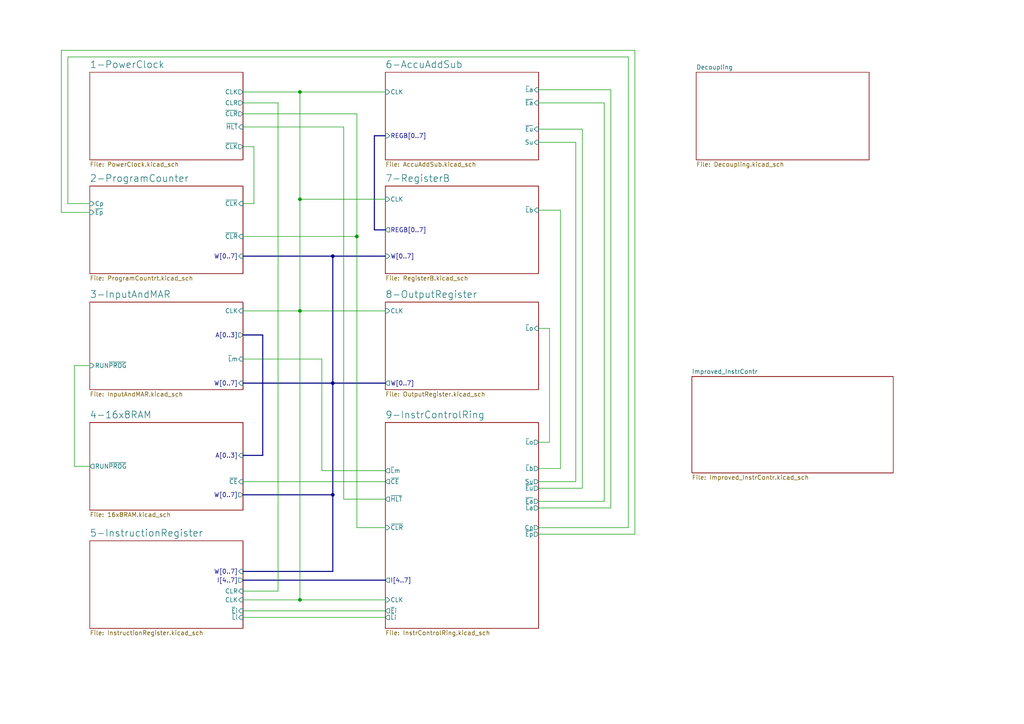
<source format=kicad_sch>
(kicad_sch (version 20211123) (generator eeschema)

  (uuid e317c9bf-b881-4e8e-b307-ad541d1df5f6)

  (paper "A4")

  (lib_symbols
  )

  (junction (at 96.52 143.51) (diameter 0) (color 0 0 0 0)
    (uuid 0c6ef8bd-fa16-4f21-9c18-d1ce85cb0561)
  )
  (junction (at 96.52 111.125) (diameter 0) (color 0 0 0 0)
    (uuid 61cc2020-c6b2-49bc-b1a1-3b3863d9f406)
  )
  (junction (at 86.995 57.785) (diameter 0) (color 0 0 0 0)
    (uuid 63dc008b-dfd0-48f9-8026-b4842bfd0c0f)
  )
  (junction (at 86.995 26.67) (diameter 0) (color 0 0 0 0)
    (uuid 6e1d592e-bab6-4072-8af6-5c3366fe4c22)
  )
  (junction (at 96.52 74.295) (diameter 0) (color 0 0 0 0)
    (uuid 90239d9b-4ff2-4da6-97ae-4799823bcaab)
  )
  (junction (at 103.505 68.58) (diameter 0) (color 0 0 0 0)
    (uuid a6708de1-f810-476e-a6ea-77163dd2cbd0)
  )
  (junction (at 86.995 173.99) (diameter 0) (color 0 0 0 0)
    (uuid a7ef13bd-398c-43e4-9703-34642c8261f6)
  )
  (junction (at 86.995 90.17) (diameter 0) (color 0 0 0 0)
    (uuid cde3be64-0ccd-4461-bcf2-22b8ec53fc9c)
  )

  (wire (pts (xy 86.995 90.17) (xy 111.76 90.17))
    (stroke (width 0) (type default) (color 0 0 0 0))
    (uuid 000d0865-9854-4ad2-bccf-62530390f8c3)
  )
  (wire (pts (xy 19.685 59.055) (xy 26.035 59.055))
    (stroke (width 0) (type default) (color 0 0 0 0))
    (uuid 000eb521-b13e-414d-a333-95f6008f2cf1)
  )
  (bus (pts (xy 76.2 97.155) (xy 76.2 132.08))
    (stroke (width 0) (type default) (color 0 0 0 0))
    (uuid 02e29a14-7940-4e14-973d-ccee175264da)
  )

  (wire (pts (xy 21.59 106.045) (xy 21.59 135.255))
    (stroke (width 0) (type default) (color 0 0 0 0))
    (uuid 04eea61f-74e1-4f89-9d09-fcd110e35e48)
  )
  (bus (pts (xy 96.52 111.125) (xy 70.485 111.125))
    (stroke (width 0) (type default) (color 0 0 0 0))
    (uuid 070728d2-258f-4eb8-95ff-bf61e6bba6fd)
  )

  (wire (pts (xy 182.245 16.51) (xy 19.685 16.51))
    (stroke (width 0) (type default) (color 0 0 0 0))
    (uuid 08119ba6-f45f-4d72-bd46-ce6184aa9c7b)
  )
  (wire (pts (xy 86.995 173.99) (xy 86.995 90.17))
    (stroke (width 0) (type default) (color 0 0 0 0))
    (uuid 0bad5a90-ab46-4526-a352-fd6145d1d3eb)
  )
  (wire (pts (xy 99.695 36.83) (xy 99.695 144.78))
    (stroke (width 0) (type default) (color 0 0 0 0))
    (uuid 0fc1a109-e57d-445c-aada-56b77576df94)
  )
  (wire (pts (xy 156.21 154.94) (xy 184.15 154.94))
    (stroke (width 0) (type default) (color 0 0 0 0))
    (uuid 15e78f20-d982-4255-a0fd-1139954a2981)
  )
  (bus (pts (xy 96.52 111.125) (xy 111.76 111.125))
    (stroke (width 0) (type default) (color 0 0 0 0))
    (uuid 1c6e2fa1-084b-4d5e-b9a1-0f8a6afa6a7b)
  )

  (wire (pts (xy 156.21 147.32) (xy 177.165 147.32))
    (stroke (width 0) (type default) (color 0 0 0 0))
    (uuid 1cea5ab6-a238-4a54-85f1-f347cbd6dfb9)
  )
  (wire (pts (xy 156.21 141.605) (xy 168.91 141.605))
    (stroke (width 0) (type default) (color 0 0 0 0))
    (uuid 24d28950-cc40-4d47-a6ab-891982376b76)
  )
  (wire (pts (xy 162.56 135.89) (xy 156.21 135.89))
    (stroke (width 0) (type default) (color 0 0 0 0))
    (uuid 28bc1093-8f2b-4dfd-aedc-9a4b1997c869)
  )
  (wire (pts (xy 175.26 145.415) (xy 175.26 29.845))
    (stroke (width 0) (type default) (color 0 0 0 0))
    (uuid 29343e5b-a9c4-45f7-bc58-ded06ef93937)
  )
  (wire (pts (xy 70.485 33.02) (xy 103.505 33.02))
    (stroke (width 0) (type default) (color 0 0 0 0))
    (uuid 2c0213fd-fc57-4669-84f5-690193b79b2f)
  )
  (wire (pts (xy 80.645 29.845) (xy 70.485 29.845))
    (stroke (width 0) (type default) (color 0 0 0 0))
    (uuid 2fd68bdc-eff3-43c1-bfde-ac1604e95619)
  )
  (wire (pts (xy 103.505 153.035) (xy 111.76 153.035))
    (stroke (width 0) (type default) (color 0 0 0 0))
    (uuid 36fbfde4-0f1a-49c4-832b-02f17db7cfe6)
  )
  (wire (pts (xy 184.15 154.94) (xy 184.15 14.605))
    (stroke (width 0) (type default) (color 0 0 0 0))
    (uuid 379b4efd-30ce-4516-ab09-d9d9abc4f168)
  )
  (wire (pts (xy 156.21 41.275) (xy 167.005 41.275))
    (stroke (width 0) (type default) (color 0 0 0 0))
    (uuid 3972ed9a-da55-40bb-a3f7-07cfa216d215)
  )
  (wire (pts (xy 177.165 147.32) (xy 177.165 26.035))
    (stroke (width 0) (type default) (color 0 0 0 0))
    (uuid 43b1204f-ba10-44fc-bff2-73222328c98f)
  )
  (bus (pts (xy 96.52 165.735) (xy 96.52 143.51))
    (stroke (width 0) (type default) (color 0 0 0 0))
    (uuid 47a95e10-f7ba-4045-bf3f-433601ce71cd)
  )
  (bus (pts (xy 70.485 97.155) (xy 76.2 97.155))
    (stroke (width 0) (type default) (color 0 0 0 0))
    (uuid 4a216824-e283-4570-8dda-b149a95b66b0)
  )

  (wire (pts (xy 86.995 26.67) (xy 70.485 26.67))
    (stroke (width 0) (type default) (color 0 0 0 0))
    (uuid 4ddb935d-6f87-447f-ae46-3b602be1b1c2)
  )
  (bus (pts (xy 96.52 74.295) (xy 111.76 74.295))
    (stroke (width 0) (type default) (color 0 0 0 0))
    (uuid 5701e08f-d76b-47af-af83-7f1cbb176b68)
  )

  (wire (pts (xy 70.485 171.45) (xy 80.645 171.45))
    (stroke (width 0) (type default) (color 0 0 0 0))
    (uuid 5d62bb16-e4e2-4265-a26b-822f64c7c74a)
  )
  (wire (pts (xy 177.165 26.035) (xy 156.21 26.035))
    (stroke (width 0) (type default) (color 0 0 0 0))
    (uuid 5ec5adbb-8788-4bd6-b267-fdedeafc41da)
  )
  (wire (pts (xy 73.66 59.055) (xy 73.66 42.545))
    (stroke (width 0) (type default) (color 0 0 0 0))
    (uuid 624c2b89-e37b-4e98-8a3a-6254f2062609)
  )
  (wire (pts (xy 103.505 33.02) (xy 103.505 68.58))
    (stroke (width 0) (type default) (color 0 0 0 0))
    (uuid 62e3987f-cefa-4e69-9254-eb9050274173)
  )
  (wire (pts (xy 168.91 37.465) (xy 156.21 37.465))
    (stroke (width 0) (type default) (color 0 0 0 0))
    (uuid 62e4bd77-bc47-4522-bc4f-2499a78399cd)
  )
  (wire (pts (xy 168.91 141.605) (xy 168.91 37.465))
    (stroke (width 0) (type default) (color 0 0 0 0))
    (uuid 62f99205-1f43-4db9-b7aa-7d03c77678a6)
  )
  (wire (pts (xy 103.505 68.58) (xy 103.505 153.035))
    (stroke (width 0) (type default) (color 0 0 0 0))
    (uuid 6d06b96d-18da-4a68-a118-d062d24eb681)
  )
  (wire (pts (xy 26.035 106.045) (xy 21.59 106.045))
    (stroke (width 0) (type default) (color 0 0 0 0))
    (uuid 703e53d2-02ce-472c-8a9b-e9d681da341a)
  )
  (bus (pts (xy 70.485 74.295) (xy 96.52 74.295))
    (stroke (width 0) (type default) (color 0 0 0 0))
    (uuid 720a746c-e044-434f-9d2a-f9cc2c21b9ee)
  )

  (wire (pts (xy 21.59 135.255) (xy 26.035 135.255))
    (stroke (width 0) (type default) (color 0 0 0 0))
    (uuid 774137be-ba36-4ef4-8f76-a2ad09184b9e)
  )
  (bus (pts (xy 96.52 111.125) (xy 96.52 143.51))
    (stroke (width 0) (type default) (color 0 0 0 0))
    (uuid 7b75264b-a38c-4e18-9379-a758117df5a4)
  )

  (wire (pts (xy 70.485 104.14) (xy 93.345 104.14))
    (stroke (width 0) (type default) (color 0 0 0 0))
    (uuid 7c92c63e-4eb2-45a8-b6e7-9e20dd31575e)
  )
  (wire (pts (xy 156.21 95.25) (xy 159.385 95.25))
    (stroke (width 0) (type default) (color 0 0 0 0))
    (uuid 86c34b8b-9d1c-4cee-aa7d-4bb5fb7c664f)
  )
  (wire (pts (xy 156.21 60.96) (xy 162.56 60.96))
    (stroke (width 0) (type default) (color 0 0 0 0))
    (uuid 897e4018-0be5-4032-81c2-bc908d1339c2)
  )
  (wire (pts (xy 70.485 177.165) (xy 111.76 177.165))
    (stroke (width 0) (type default) (color 0 0 0 0))
    (uuid 8bb327d2-af0d-47d1-a67f-55dd243256a6)
  )
  (wire (pts (xy 99.695 144.78) (xy 111.76 144.78))
    (stroke (width 0) (type default) (color 0 0 0 0))
    (uuid 902aba46-a552-4988-9708-87e0b92454f0)
  )
  (wire (pts (xy 80.645 171.45) (xy 80.645 29.845))
    (stroke (width 0) (type default) (color 0 0 0 0))
    (uuid 90bb88f0-211b-4906-a11b-020b6dbcd9a3)
  )
  (bus (pts (xy 108.585 39.37) (xy 108.585 66.675))
    (stroke (width 0) (type default) (color 0 0 0 0))
    (uuid 916d199b-62f0-4f05-b79c-8479ae02cf3f)
  )

  (wire (pts (xy 70.485 68.58) (xy 103.505 68.58))
    (stroke (width 0) (type default) (color 0 0 0 0))
    (uuid 9490bf47-f937-459f-8353-8225cda42e5c)
  )
  (wire (pts (xy 159.385 128.27) (xy 156.21 128.27))
    (stroke (width 0) (type default) (color 0 0 0 0))
    (uuid 94b519ff-a878-4298-bddc-430b05c67384)
  )
  (wire (pts (xy 167.005 139.7) (xy 156.21 139.7))
    (stroke (width 0) (type default) (color 0 0 0 0))
    (uuid 9af95013-fbb5-4841-a8d3-e8caa059c725)
  )
  (wire (pts (xy 156.21 153.035) (xy 182.245 153.035))
    (stroke (width 0) (type default) (color 0 0 0 0))
    (uuid a04adab0-7cc1-4d3d-b56f-49f10ccae50f)
  )
  (bus (pts (xy 111.76 39.37) (xy 108.585 39.37))
    (stroke (width 0) (type default) (color 0 0 0 0))
    (uuid a4115609-9504-4e33-969b-a3020faada37)
  )

  (wire (pts (xy 182.245 153.035) (xy 182.245 16.51))
    (stroke (width 0) (type default) (color 0 0 0 0))
    (uuid a44fbf2a-3da8-4670-9636-573d8274785a)
  )
  (wire (pts (xy 70.485 36.83) (xy 99.695 36.83))
    (stroke (width 0) (type default) (color 0 0 0 0))
    (uuid a6b3a5ec-751b-4128-a156-d630a906d5d9)
  )
  (wire (pts (xy 17.78 14.605) (xy 17.78 61.595))
    (stroke (width 0) (type default) (color 0 0 0 0))
    (uuid a77398e1-0605-46b4-aa9f-83a639f33db8)
  )
  (wire (pts (xy 86.995 57.785) (xy 86.995 26.67))
    (stroke (width 0) (type default) (color 0 0 0 0))
    (uuid a7f2a257-8d45-461f-b88a-5f05bc6f3df8)
  )
  (wire (pts (xy 175.26 29.845) (xy 156.21 29.845))
    (stroke (width 0) (type default) (color 0 0 0 0))
    (uuid ab7d104f-bb4b-408f-ad60-67d7f2ae3b3b)
  )
  (wire (pts (xy 93.345 136.525) (xy 111.76 136.525))
    (stroke (width 0) (type default) (color 0 0 0 0))
    (uuid b2753ed0-6f56-4043-aca9-5f955334e3a2)
  )
  (wire (pts (xy 111.76 26.67) (xy 86.995 26.67))
    (stroke (width 0) (type default) (color 0 0 0 0))
    (uuid b9a05b83-3737-487a-b5fd-261be5278378)
  )
  (wire (pts (xy 184.15 14.605) (xy 17.78 14.605))
    (stroke (width 0) (type default) (color 0 0 0 0))
    (uuid ba13aa88-c238-4d4c-ac42-419e72f3257e)
  )
  (bus (pts (xy 76.2 132.08) (xy 70.485 132.08))
    (stroke (width 0) (type default) (color 0 0 0 0))
    (uuid bbfa7b8b-439b-4b46-af40-4ee3f83f46f3)
  )

  (wire (pts (xy 93.345 104.14) (xy 93.345 136.525))
    (stroke (width 0) (type default) (color 0 0 0 0))
    (uuid bf37b880-b1e3-4278-b47f-f1d7d4f4132e)
  )
  (wire (pts (xy 86.995 173.99) (xy 111.76 173.99))
    (stroke (width 0) (type default) (color 0 0 0 0))
    (uuid bfa98e56-d9fa-4a0e-9c6f-915545f81e10)
  )
  (wire (pts (xy 70.485 139.7) (xy 111.76 139.7))
    (stroke (width 0) (type default) (color 0 0 0 0))
    (uuid c3348047-9271-47da-b283-64fdc977f895)
  )
  (bus (pts (xy 70.485 165.735) (xy 96.52 165.735))
    (stroke (width 0) (type default) (color 0 0 0 0))
    (uuid cb8e3724-9702-4c49-8321-7d6ed1ff29c0)
  )

  (wire (pts (xy 167.005 41.275) (xy 167.005 139.7))
    (stroke (width 0) (type default) (color 0 0 0 0))
    (uuid cbb39b79-29ec-40c7-86b4-d46ee30a6be5)
  )
  (wire (pts (xy 70.485 173.99) (xy 86.995 173.99))
    (stroke (width 0) (type default) (color 0 0 0 0))
    (uuid cca2e3b9-99ed-4345-9858-92800facc182)
  )
  (bus (pts (xy 70.485 168.275) (xy 111.76 168.275))
    (stroke (width 0) (type default) (color 0 0 0 0))
    (uuid cd997911-af37-4b35-b657-be157c9d1184)
  )

  (wire (pts (xy 73.66 42.545) (xy 70.485 42.545))
    (stroke (width 0) (type default) (color 0 0 0 0))
    (uuid d2104f0e-bede-42a9-94de-fbcbdd14bd30)
  )
  (wire (pts (xy 70.485 179.07) (xy 111.76 179.07))
    (stroke (width 0) (type default) (color 0 0 0 0))
    (uuid d44bda5d-9a40-491e-ae98-fa61a9ca875a)
  )
  (wire (pts (xy 86.995 90.17) (xy 86.995 57.785))
    (stroke (width 0) (type default) (color 0 0 0 0))
    (uuid d4e7e7a2-7673-44ae-895f-add98378a20f)
  )
  (bus (pts (xy 108.585 66.675) (xy 111.76 66.675))
    (stroke (width 0) (type default) (color 0 0 0 0))
    (uuid d649cd26-41ee-4cd0-96c6-85af7e0286f6)
  )
  (bus (pts (xy 96.52 74.295) (xy 96.52 111.125))
    (stroke (width 0) (type default) (color 0 0 0 0))
    (uuid d75dc46b-2396-443e-8379-98d7d2272d7c)
  )

  (wire (pts (xy 17.78 61.595) (xy 26.035 61.595))
    (stroke (width 0) (type default) (color 0 0 0 0))
    (uuid db0b7d49-deb0-4276-ac6c-48f807f971ea)
  )
  (wire (pts (xy 162.56 60.96) (xy 162.56 135.89))
    (stroke (width 0) (type default) (color 0 0 0 0))
    (uuid e6fffd77-fbf6-44df-97e6-6dcc7bb14365)
  )
  (wire (pts (xy 70.485 59.055) (xy 73.66 59.055))
    (stroke (width 0) (type default) (color 0 0 0 0))
    (uuid ee0b1779-d98d-43ff-bf9a-90a9e914bf36)
  )
  (bus (pts (xy 96.52 143.51) (xy 70.485 143.51))
    (stroke (width 0) (type default) (color 0 0 0 0))
    (uuid f37bdeca-8359-464c-8757-78c11e3b31d0)
  )

  (wire (pts (xy 156.21 145.415) (xy 175.26 145.415))
    (stroke (width 0) (type default) (color 0 0 0 0))
    (uuid f7b8d920-00c3-4125-b431-657da6b16011)
  )
  (wire (pts (xy 159.385 95.25) (xy 159.385 128.27))
    (stroke (width 0) (type default) (color 0 0 0 0))
    (uuid f7d56e5b-f011-4608-ab50-ff9886338a02)
  )
  (wire (pts (xy 19.685 16.51) (xy 19.685 59.055))
    (stroke (width 0) (type default) (color 0 0 0 0))
    (uuid fb70a92c-756e-4489-bdbd-12e09d67e0a1)
  )
  (wire (pts (xy 111.76 57.785) (xy 86.995 57.785))
    (stroke (width 0) (type default) (color 0 0 0 0))
    (uuid fc7b9b4a-e100-44ee-ab36-b7376b1a6391)
  )
  (wire (pts (xy 70.485 90.17) (xy 86.995 90.17))
    (stroke (width 0) (type default) (color 0 0 0 0))
    (uuid ff23253e-0de8-41f0-a56a-c4f2cdfd9eed)
  )

  (sheet (at 26.035 53.975) (size 44.45 25.4) (fields_autoplaced)
    (stroke (width 0) (type solid) (color 0 0 0 0))
    (fill (color 0 0 0 0.0000))
    (uuid 00000000-0000-0000-0000-0000618ff0d4)
    (property "Sheet name" "2-ProgramCounter" (id 0) (at 26.035 52.8951 0)
      (effects (font (size 2.0066 2.0066)) (justify left bottom))
    )
    (property "Sheet file" "ProgramCountrt.kicad_sch" (id 1) (at 26.035 79.9596 0)
      (effects (font (size 1.27 1.27)) (justify left top))
    )
    (pin "Cp" input (at 26.035 59.055 180)
      (effects (font (size 1.27 1.27)) (justify left))
      (uuid 3bca6c16-64e2-4985-9377-327cf02cd1e8)
    )
    (pin "~{CLK}" input (at 70.485 59.055 0)
      (effects (font (size 1.27 1.27)) (justify right))
      (uuid 6dd82833-99c1-4535-ba37-8d0e8e9e5b9b)
    )
    (pin "~{CLR}" input (at 70.485 68.58 0)
      (effects (font (size 1.27 1.27)) (justify right))
      (uuid 96da5f0f-9c82-48f4-a930-ccbd8364faef)
    )
    (pin "W[0..7]" input (at 70.485 74.295 0)
      (effects (font (size 1.27 1.27)) (justify right))
      (uuid 039d9788-6b63-4a43-acee-33da72d76c84)
    )
    (pin "~{Ep}" input (at 26.035 61.595 180)
      (effects (font (size 1.27 1.27)) (justify left))
      (uuid d5450e20-4bfa-415e-aa35-6534603799c4)
    )
  )

  (sheet (at 26.035 87.63) (size 44.45 25.4) (fields_autoplaced)
    (stroke (width 0) (type solid) (color 0 0 0 0))
    (fill (color 0 0 0 0.0000))
    (uuid 00000000-0000-0000-0000-0000618ff11e)
    (property "Sheet name" "3-InputAndMAR" (id 0) (at 26.035 86.5501 0)
      (effects (font (size 2.0066 2.0066)) (justify left bottom))
    )
    (property "Sheet file" "InputAndMAR.kicad_sch" (id 1) (at 26.035 113.6146 0)
      (effects (font (size 1.27 1.27)) (justify left top))
    )
    (pin "~{L}m" input (at 70.485 104.14 0)
      (effects (font (size 1.27 1.27)) (justify right))
      (uuid 44b7f8e8-6335-4cd9-b404-440c1fb671e4)
    )
    (pin "CLK" input (at 70.485 90.17 0)
      (effects (font (size 1.27 1.27)) (justify right))
      (uuid da5b4793-a396-487a-9de3-63f0a6309f2d)
    )
    (pin "W[0..7]" input (at 70.485 111.125 0)
      (effects (font (size 1.27 1.27)) (justify right))
      (uuid 77fb1a6f-97d3-4363-9510-474ce91ed0f5)
    )
    (pin "A[0..3]" output (at 70.485 97.155 0)
      (effects (font (size 1.27 1.27)) (justify right))
      (uuid 5f0eebf6-0c31-4e65-91de-592e531cbf14)
    )
    (pin "RUN~{PROG}" input (at 26.035 106.045 180)
      (effects (font (size 1.27 1.27)) (justify left))
      (uuid baf4282f-508d-47e2-8090-22c28b040261)
    )
  )

  (sheet (at 26.035 122.555) (size 44.45 25.4) (fields_autoplaced)
    (stroke (width 0) (type solid) (color 0 0 0 0))
    (fill (color 0 0 0 0.0000))
    (uuid 00000000-0000-0000-0000-0000618ff163)
    (property "Sheet name" "4-16x8RAM" (id 0) (at 26.035 121.4751 0)
      (effects (font (size 2.0066 2.0066)) (justify left bottom))
    )
    (property "Sheet file" "16x8RAM.kicad_sch" (id 1) (at 26.035 148.5396 0)
      (effects (font (size 1.27 1.27)) (justify left top))
    )
    (pin "W[0..7]" output (at 70.485 143.51 0)
      (effects (font (size 1.27 1.27)) (justify right))
      (uuid e2eb7ff0-51b7-424a-95e7-084eace53737)
    )
    (pin "A[0..3]" input (at 70.485 132.08 0)
      (effects (font (size 1.27 1.27)) (justify right))
      (uuid ab8f15e3-a71b-4478-8a67-1c80d92f31ca)
    )
    (pin "~{CE}" input (at 70.485 139.7 0)
      (effects (font (size 1.27 1.27)) (justify right))
      (uuid bf32b9f9-3585-49ec-96f2-cd33553b3516)
    )
    (pin "RUN~{PROG}" output (at 26.035 135.255 180)
      (effects (font (size 1.27 1.27)) (justify left))
      (uuid ead73ae3-fe8d-408f-ad9d-6afe7abd4fa2)
    )
  )

  (sheet (at 26.035 156.845) (size 44.45 25.4) (fields_autoplaced)
    (stroke (width 0) (type solid) (color 0 0 0 0))
    (fill (color 0 0 0 0.0000))
    (uuid 00000000-0000-0000-0000-0000618ff1ba)
    (property "Sheet name" "5-InstructionRegister" (id 0) (at 26.035 155.7651 0)
      (effects (font (size 2.0066 2.0066)) (justify left bottom))
    )
    (property "Sheet file" "InstructionRegister.kicad_sch" (id 1) (at 26.035 182.8296 0)
      (effects (font (size 1.27 1.27)) (justify left top))
    )
    (pin "CLR" input (at 70.485 171.45 0)
      (effects (font (size 1.27 1.27)) (justify right))
      (uuid 0c44ccba-702a-48eb-a96a-4b5d167e508c)
    )
    (pin "CLK" input (at 70.485 173.99 0)
      (effects (font (size 1.27 1.27)) (justify right))
      (uuid aa7330ca-ac73-4cc0-a616-f171828f4c18)
    )
    (pin "~{E}i" input (at 70.485 177.165 0)
      (effects (font (size 1.27 1.27)) (justify right))
      (uuid 675a8a3b-6252-43ea-af3a-6bae49a389c3)
    )
    (pin "~{L}i" input (at 70.485 179.07 0)
      (effects (font (size 1.27 1.27)) (justify right))
      (uuid 3bdfaf50-794c-4f75-af9a-2386564598ca)
    )
    (pin "W[0..7]" input (at 70.485 165.735 0)
      (effects (font (size 1.27 1.27)) (justify right))
      (uuid 208b1479-63dc-4e77-95c5-76d0b5be4411)
    )
    (pin "I[4..7]" output (at 70.485 168.275 0)
      (effects (font (size 1.27 1.27)) (justify right))
      (uuid f144a4b1-bc89-4719-97e1-0695c66e88b5)
    )
  )

  (sheet (at 111.76 20.955) (size 44.45 25.4) (fields_autoplaced)
    (stroke (width 0) (type solid) (color 0 0 0 0))
    (fill (color 0 0 0 0.0000))
    (uuid 00000000-0000-0000-0000-0000618ff7a3)
    (property "Sheet name" "6-AccuAddSub" (id 0) (at 111.76 19.8751 0)
      (effects (font (size 2.0066 2.0066)) (justify left bottom))
    )
    (property "Sheet file" "AccuAddSub.kicad_sch" (id 1) (at 111.76 46.9396 0)
      (effects (font (size 1.27 1.27)) (justify left top))
    )
    (pin "~{L}a" input (at 156.21 26.035 0)
      (effects (font (size 1.27 1.27)) (justify right))
      (uuid 4ff72b5f-143c-487c-b56c-7b057cb0930d)
    )
    (pin "CLK" input (at 111.76 26.67 180)
      (effects (font (size 1.27 1.27)) (justify left))
      (uuid e9304013-1c38-4e2f-9a98-60dfa3a4b6d2)
    )
    (pin "Su" input (at 156.21 41.275 0)
      (effects (font (size 1.27 1.27)) (justify right))
      (uuid 6b2bd4e7-7c7a-4cbe-9d48-41fabb0cf303)
    )
    (pin "REGB[0..7]" input (at 111.76 39.37 180)
      (effects (font (size 1.27 1.27)) (justify left))
      (uuid 1c59e142-dc64-486d-ac1e-c1b823b65294)
    )
    (pin "~{Ea}" input (at 156.21 29.845 0)
      (effects (font (size 1.27 1.27)) (justify right))
      (uuid 5c269c70-f81c-4e64-8410-34c282ff3932)
    )
    (pin "~{Eu}" input (at 156.21 37.465 0)
      (effects (font (size 1.27 1.27)) (justify right))
      (uuid 8c3a2872-7f87-49e6-a13b-bc86bf1cd549)
    )
  )

  (sheet (at 111.76 53.975) (size 44.45 25.4) (fields_autoplaced)
    (stroke (width 0) (type solid) (color 0 0 0 0))
    (fill (color 0 0 0 0.0000))
    (uuid 00000000-0000-0000-0000-0000618ff860)
    (property "Sheet name" "7-RegisterB" (id 0) (at 111.76 52.8951 0)
      (effects (font (size 2.0066 2.0066)) (justify left bottom))
    )
    (property "Sheet file" "RegisterB.kicad_sch" (id 1) (at 111.76 79.9596 0)
      (effects (font (size 1.27 1.27)) (justify left top))
    )
    (pin "~{L}b" input (at 156.21 60.96 0)
      (effects (font (size 1.27 1.27)) (justify right))
      (uuid f5f19cd4-a3a0-4678-a7d9-d797ef8bb1e0)
    )
    (pin "CLK" input (at 111.76 57.785 180)
      (effects (font (size 1.27 1.27)) (justify left))
      (uuid 581306c2-0dc8-4932-bad9-e7d19d7eccdf)
    )
    (pin "REGB[0..7]" output (at 111.76 66.675 180)
      (effects (font (size 1.27 1.27)) (justify left))
      (uuid 2f6f0905-8e37-4285-a40a-8c2febba6866)
    )
    (pin "W[0..7]" input (at 111.76 74.295 180)
      (effects (font (size 1.27 1.27)) (justify left))
      (uuid cffd6e67-3b43-4076-a4a5-5b59e06e983b)
    )
  )

  (sheet (at 111.76 87.63) (size 44.45 25.4) (fields_autoplaced)
    (stroke (width 0) (type solid) (color 0 0 0 0))
    (fill (color 0 0 0 0.0000))
    (uuid 00000000-0000-0000-0000-0000618ff8ae)
    (property "Sheet name" "8-OutputRegister" (id 0) (at 111.76 86.5501 0)
      (effects (font (size 2.0066 2.0066)) (justify left bottom))
    )
    (property "Sheet file" "OutputRegister.kicad_sch" (id 1) (at 111.76 113.6146 0)
      (effects (font (size 1.27 1.27)) (justify left top))
    )
    (pin "~{L}o" input (at 156.21 95.25 0)
      (effects (font (size 1.27 1.27)) (justify right))
      (uuid 9c49d848-c0fa-4987-9f38-ce307ca3e8db)
    )
    (pin "CLK" input (at 111.76 90.17 180)
      (effects (font (size 1.27 1.27)) (justify left))
      (uuid 16e97dfc-733f-431d-9504-41b2f0348e4b)
    )
    (pin "W[0..7]" output (at 111.76 111.125 180)
      (effects (font (size 1.27 1.27)) (justify left))
      (uuid 47ee50bf-78ae-49ae-9861-a995c914c305)
    )
  )

  (sheet (at 26.035 20.955) (size 44.45 25.4) (fields_autoplaced)
    (stroke (width 0) (type solid) (color 0 0 0 0))
    (fill (color 0 0 0 0.0000))
    (uuid 00000000-0000-0000-0000-0000618ff95c)
    (property "Sheet name" "1-PowerClock" (id 0) (at 26.035 19.8751 0)
      (effects (font (size 2.0066 2.0066)) (justify left bottom))
    )
    (property "Sheet file" "PowerClock.kicad_sch" (id 1) (at 26.035 46.9396 0)
      (effects (font (size 1.27 1.27)) (justify left top))
    )
    (pin "~{HLT}" input (at 70.485 36.83 0)
      (effects (font (size 1.27 1.27)) (justify right))
      (uuid dc4ddd9a-247f-4b46-a768-9bcca325e4de)
    )
    (pin "CLK" output (at 70.485 26.67 0)
      (effects (font (size 1.27 1.27)) (justify right))
      (uuid 4fc2a389-edad-42cc-8e56-0c007ddd6c9d)
    )
    (pin "~{CLK}" output (at 70.485 42.545 0)
      (effects (font (size 1.27 1.27)) (justify right))
      (uuid dca94460-3aff-4e77-853c-d4c036980b9a)
    )
    (pin "CLR" output (at 70.485 29.845 0)
      (effects (font (size 1.27 1.27)) (justify right))
      (uuid 20947b22-4f52-42fc-b6a9-dafe9ccac880)
    )
    (pin "~{CLR}" output (at 70.485 33.02 0)
      (effects (font (size 1.27 1.27)) (justify right))
      (uuid d0ed25e2-2146-4402-b2e9-8770cad93e2e)
    )
  )

  (sheet (at 111.76 122.555) (size 44.45 59.69) (fields_autoplaced)
    (stroke (width 0) (type solid) (color 0 0 0 0))
    (fill (color 0 0 0 0.0000))
    (uuid 00000000-0000-0000-0000-0000618ff9af)
    (property "Sheet name" "9-InstrControlRing" (id 0) (at 111.76 121.4751 0)
      (effects (font (size 2.0066 2.0066)) (justify left bottom))
    )
    (property "Sheet file" "InstrControlRing.kicad_sch" (id 1) (at 111.76 182.8296 0)
      (effects (font (size 1.27 1.27)) (justify left top))
    )
    (pin "~{CLR}" input (at 111.76 153.035 180)
      (effects (font (size 1.27 1.27)) (justify left))
      (uuid 465c3131-1c02-4008-a84c-f181c2d44b95)
    )
    (pin "CLK" input (at 111.76 173.99 180)
      (effects (font (size 1.27 1.27)) (justify left))
      (uuid d9ff8330-63e6-4d7d-8b3d-8983bd7f98c2)
    )
    (pin "~{L}m" output (at 111.76 136.525 180)
      (effects (font (size 1.27 1.27)) (justify left))
      (uuid 9e209223-86f1-45f8-b709-817a7063b261)
    )
    (pin "~{CE}" output (at 111.76 139.7 180)
      (effects (font (size 1.27 1.27)) (justify left))
      (uuid 3e258889-404b-401e-b23a-b751247694f1)
    )
    (pin "~{L}i" output (at 111.76 179.07 180)
      (effects (font (size 1.27 1.27)) (justify left))
      (uuid ba6f937a-051a-43d6-a323-357e702a6fd1)
    )
    (pin "~{E}i" output (at 111.76 177.165 180)
      (effects (font (size 1.27 1.27)) (justify left))
      (uuid 79d62bf9-8d72-4b93-b6e7-e8b7be068869)
    )
    (pin "~{L}a" output (at 156.21 147.32 0)
      (effects (font (size 1.27 1.27)) (justify right))
      (uuid ac471c84-c231-40ec-804a-6d4dbd84f386)
    )
    (pin "Su" output (at 156.21 139.7 0)
      (effects (font (size 1.27 1.27)) (justify right))
      (uuid 6c99d652-6ae2-4d6e-882e-4cc2a8e712d5)
    )
    (pin "~{L}b" output (at 156.21 135.89 0)
      (effects (font (size 1.27 1.27)) (justify right))
      (uuid af227983-1374-4a98-9923-89be5433a67d)
    )
    (pin "~{L}o" output (at 156.21 128.27 0)
      (effects (font (size 1.27 1.27)) (justify right))
      (uuid 6d31632e-129f-4c87-93ad-9a3f90c2b3b6)
    )
    (pin "Cp" output (at 156.21 153.035 0)
      (effects (font (size 1.27 1.27)) (justify right))
      (uuid f3385e47-e542-4179-b423-9ccae79544a1)
    )
    (pin "I[4..7]" output (at 111.76 168.275 180)
      (effects (font (size 1.27 1.27)) (justify left))
      (uuid 6180c283-a2b8-418b-bdb6-76872a6015d7)
    )
    (pin "~{HLT}" output (at 111.76 144.78 180)
      (effects (font (size 1.27 1.27)) (justify left))
      (uuid 6f41791a-753f-43f7-aaf6-d552ba3c50eb)
    )
    (pin "~{Ep}" output (at 156.21 154.94 0)
      (effects (font (size 1.27 1.27)) (justify right))
      (uuid 53775513-21cc-4b99-95e9-df5285bfbdf5)
    )
    (pin "~{Ea}" output (at 156.21 145.415 0)
      (effects (font (size 1.27 1.27)) (justify right))
      (uuid ae1cb7cd-f2e7-4c40-887e-9eb004313da1)
    )
    (pin "~{Eu}" output (at 156.21 141.605 0)
      (effects (font (size 1.27 1.27)) (justify right))
      (uuid e92bb4f7-e67d-41b0-a8ea-9d9904270ebf)
    )
  )

  (sheet (at 201.93 20.955) (size 50.165 25.4) (fields_autoplaced)
    (stroke (width 0.1524) (type solid) (color 0 0 0 0))
    (fill (color 0 0 0 0.0000))
    (uuid 156e451f-bc30-44cb-85e3-97c527829160)
    (property "Sheet name" "Decoupling" (id 0) (at 201.93 20.2434 0)
      (effects (font (size 1.27 1.27)) (justify left bottom))
    )
    (property "Sheet file" "Decoupling.kicad_sch" (id 1) (at 201.93 46.9396 0)
      (effects (font (size 1.27 1.27)) (justify left top))
    )
  )

  (sheet (at 200.66 109.22) (size 58.42 27.94) (fields_autoplaced)
    (stroke (width 0.1524) (type solid) (color 0 0 0 0))
    (fill (color 0 0 0 0.0000))
    (uuid 4cc3f1a3-c531-41f2-b9f5-346d8411469f)
    (property "Sheet name" "Improved_InstrContr" (id 0) (at 200.66 108.5084 0)
      (effects (font (size 1.27 1.27)) (justify left bottom))
    )
    (property "Sheet file" "Improved_InstrContr.kicad_sch" (id 1) (at 200.66 137.7446 0)
      (effects (font (size 1.27 1.27)) (justify left top))
    )
  )

  (sheet_instances
    (path "/" (page "1"))
    (path "/00000000-0000-0000-0000-0000618ff95c" (page "2"))
    (path "/00000000-0000-0000-0000-0000618ff0d4" (page "3"))
    (path "/00000000-0000-0000-0000-0000618ff11e" (page "4"))
    (path "/00000000-0000-0000-0000-0000618ff163" (page "5"))
    (path "/00000000-0000-0000-0000-0000618ff1ba" (page "6"))
    (path "/00000000-0000-0000-0000-0000618ff7a3" (page "7"))
    (path "/00000000-0000-0000-0000-0000618ff860" (page "8"))
    (path "/00000000-0000-0000-0000-0000618ff8ae" (page "9"))
    (path "/00000000-0000-0000-0000-0000618ff9af" (page "10"))
    (path "/156e451f-bc30-44cb-85e3-97c527829160" (page "11"))
    (path "/4cc3f1a3-c531-41f2-b9f5-346d8411469f" (page "12"))
  )

  (symbol_instances
    (path "/00000000-0000-0000-0000-0000618ff95c/00000000-0000-0000-0000-000062ab5cfb"
      (reference "#FLG0101") (unit 1) (value "PWR_FLAG") (footprint "")
    )
    (path "/00000000-0000-0000-0000-0000618ff95c/00000000-0000-0000-0000-000062ce6336"
      (reference "#FLG0102") (unit 1) (value "PWR_FLAG") (footprint "")
    )
    (path "/156e451f-bc30-44cb-85e3-97c527829160/313464a8-9eb8-4dcf-96e7-b9f720793f4c"
      (reference "#PWR01") (unit 1) (value "GND") (footprint "")
    )
    (path "/156e451f-bc30-44cb-85e3-97c527829160/21a5e72b-35e9-4485-8448-be028eeed843"
      (reference "#PWR02") (unit 1) (value "GND") (footprint "")
    )
    (path "/00000000-0000-0000-0000-0000618ff11e/550ea918-42b9-4a80-b4ee-ca709017552f"
      (reference "#PWR03") (unit 1) (value "GND") (footprint "")
    )
    (path "/00000000-0000-0000-0000-0000618ff11e/00000000-0000-0000-0000-000061afc308"
      (reference "#PWR04") (unit 1) (value "GND") (footprint "")
    )
    (path "/00000000-0000-0000-0000-0000618ff11e/00000000-0000-0000-0000-000061afc344"
      (reference "#PWR05") (unit 1) (value "GND") (footprint "")
    )
    (path "/00000000-0000-0000-0000-0000618ff0d4/00000000-0000-0000-0000-000061f3427c"
      (reference "#PWR06") (unit 1) (value "GND") (footprint "")
    )
    (path "/00000000-0000-0000-0000-0000618ff1ba/00000000-0000-0000-0000-000061b25300"
      (reference "#PWR07") (unit 1) (value "GND") (footprint "")
    )
    (path "/00000000-0000-0000-0000-0000618ff1ba/00000000-0000-0000-0000-000061b0190c"
      (reference "#PWR08") (unit 1) (value "GND") (footprint "")
    )
    (path "/00000000-0000-0000-0000-0000618ff1ba/00000000-0000-0000-0000-000061b28533"
      (reference "#PWR09") (unit 1) (value "GND") (footprint "")
    )
    (path "/00000000-0000-0000-0000-0000618ff1ba/00000000-0000-0000-0000-000061b01b84"
      (reference "#PWR010") (unit 1) (value "GND") (footprint "")
    )
    (path "/00000000-0000-0000-0000-0000618ff163/00000000-0000-0000-0000-000061b5e82f"
      (reference "#PWR011") (unit 1) (value "GND") (footprint "")
    )
    (path "/00000000-0000-0000-0000-0000618ff163/00000000-0000-0000-0000-000061b39532"
      (reference "#PWR012") (unit 1) (value "GND") (footprint "")
    )
    (path "/00000000-0000-0000-0000-0000618ff163/00000000-0000-0000-0000-000061b43865"
      (reference "#PWR013") (unit 1) (value "GND") (footprint "")
    )
    (path "/00000000-0000-0000-0000-0000618ff163/00000000-0000-0000-0000-000061b39a07"
      (reference "#PWR014") (unit 1) (value "GND") (footprint "")
    )
    (path "/156e451f-bc30-44cb-85e3-97c527829160/488e8847-f599-40d0-b42b-4cacab547cae"
      (reference "#PWR015") (unit 1) (value "GND") (footprint "")
    )
    (path "/156e451f-bc30-44cb-85e3-97c527829160/147ff548-e86c-4c3b-903d-07713b46d79a"
      (reference "#PWR016") (unit 1) (value "GND") (footprint "")
    )
    (path "/00000000-0000-0000-0000-0000618ff7a3/00000000-0000-0000-0000-0000619710ce"
      (reference "#PWR017") (unit 1) (value "GND") (footprint "")
    )
    (path "/00000000-0000-0000-0000-0000618ff7a3/00000000-0000-0000-0000-000061a39a82"
      (reference "#PWR018") (unit 1) (value "GND") (footprint "")
    )
    (path "/00000000-0000-0000-0000-0000618ff7a3/00000000-0000-0000-0000-0000619710f2"
      (reference "#PWR019") (unit 1) (value "GND") (footprint "")
    )
    (path "/00000000-0000-0000-0000-0000618ff7a3/00000000-0000-0000-0000-000061a36f13"
      (reference "#PWR020") (unit 1) (value "GND") (footprint "")
    )
    (path "/00000000-0000-0000-0000-0000618ff860/00000000-0000-0000-0000-000061914222"
      (reference "#PWR021") (unit 1) (value "GND") (footprint "")
    )
    (path "/00000000-0000-0000-0000-0000618ff860/00000000-0000-0000-0000-00006191a675"
      (reference "#PWR022") (unit 1) (value "GND") (footprint "")
    )
    (path "/00000000-0000-0000-0000-0000618ff8ae/00000000-0000-0000-0000-00006193c158"
      (reference "#PWR023") (unit 1) (value "GND") (footprint "")
    )
    (path "/00000000-0000-0000-0000-0000618ff8ae/00000000-0000-0000-0000-000062d09382"
      (reference "#PWR024") (unit 1) (value "GND") (footprint "")
    )
    (path "/00000000-0000-0000-0000-0000618ff8ae/00000000-0000-0000-0000-00006193c17c"
      (reference "#PWR025") (unit 1) (value "GND") (footprint "")
    )
    (path "/00000000-0000-0000-0000-0000618ff1ba/00000000-0000-0000-0000-000062dab621"
      (reference "#PWR026") (unit 1) (value "GND") (footprint "")
    )
    (path "/156e451f-bc30-44cb-85e3-97c527829160/03ee207a-3b4c-48e9-a893-9522ed5405c6"
      (reference "#PWR027") (unit 1) (value "GND") (footprint "")
    )
    (path "/156e451f-bc30-44cb-85e3-97c527829160/cb9ef799-e1c0-47a4-9b5f-bcac9b98fd32"
      (reference "#PWR028") (unit 1) (value "GND") (footprint "")
    )
    (path "/156e451f-bc30-44cb-85e3-97c527829160/d7e16721-4ff9-4ca3-aa25-a203885b0ce3"
      (reference "#PWR029") (unit 1) (value "GND") (footprint "")
    )
    (path "/156e451f-bc30-44cb-85e3-97c527829160/15b07f95-c9ca-4f2e-bfd2-aa9d505a8175"
      (reference "#PWR030") (unit 1) (value "GND") (footprint "")
    )
    (path "/156e451f-bc30-44cb-85e3-97c527829160/d913614e-4d30-44c4-adeb-c120f45b53a0"
      (reference "#PWR031") (unit 1) (value "GND") (footprint "")
    )
    (path "/156e451f-bc30-44cb-85e3-97c527829160/73237ad2-5e03-483c-a946-7b79267bf378"
      (reference "#PWR032") (unit 1) (value "GND") (footprint "")
    )
    (path "/156e451f-bc30-44cb-85e3-97c527829160/b7d33da7-d2fd-4669-9128-49e3f188d1a4"
      (reference "#PWR033") (unit 1) (value "GND") (footprint "")
    )
    (path "/156e451f-bc30-44cb-85e3-97c527829160/a1085434-3a6f-4f48-ad95-b85f9d62d277"
      (reference "#PWR034") (unit 1) (value "GND") (footprint "")
    )
    (path "/156e451f-bc30-44cb-85e3-97c527829160/39260557-42f0-4b10-a22d-2bfef4acf80a"
      (reference "#PWR035") (unit 1) (value "GND") (footprint "")
    )
    (path "/156e451f-bc30-44cb-85e3-97c527829160/626c74e1-37a7-493c-88c7-fd9c11fe700b"
      (reference "#PWR036") (unit 1) (value "GND") (footprint "")
    )
    (path "/156e451f-bc30-44cb-85e3-97c527829160/3db27c32-5102-4ca9-9879-03253b57ca72"
      (reference "#PWR037") (unit 1) (value "GND") (footprint "")
    )
    (path "/156e451f-bc30-44cb-85e3-97c527829160/4366f7e0-aeef-4965-9f3f-2354143ac0e9"
      (reference "#PWR038") (unit 1) (value "GND") (footprint "")
    )
    (path "/156e451f-bc30-44cb-85e3-97c527829160/ad069887-1902-4aae-aa5b-73df7ac616ae"
      (reference "#PWR039") (unit 1) (value "GND") (footprint "")
    )
    (path "/156e451f-bc30-44cb-85e3-97c527829160/4659032d-8631-408d-9f77-3104d1de85e4"
      (reference "#PWR040") (unit 1) (value "GND") (footprint "")
    )
    (path "/156e451f-bc30-44cb-85e3-97c527829160/f331570b-56e8-4cef-a124-b975d2eaafc2"
      (reference "#PWR041") (unit 1) (value "GND") (footprint "")
    )
    (path "/156e451f-bc30-44cb-85e3-97c527829160/95337cea-c5cb-485b-8589-b5730680ab0d"
      (reference "#PWR042") (unit 1) (value "GND") (footprint "")
    )
    (path "/156e451f-bc30-44cb-85e3-97c527829160/13b63769-f8d4-4851-925d-bfcf4f9fde80"
      (reference "#PWR043") (unit 1) (value "GND") (footprint "")
    )
    (path "/156e451f-bc30-44cb-85e3-97c527829160/cc9ad4eb-5505-4b40-bd07-c339151b5fc9"
      (reference "#PWR044") (unit 1) (value "GND") (footprint "")
    )
    (path "/156e451f-bc30-44cb-85e3-97c527829160/246955c0-d4df-4add-aa8d-de3c7c5b61b9"
      (reference "#PWR045") (unit 1) (value "GND") (footprint "")
    )
    (path "/156e451f-bc30-44cb-85e3-97c527829160/7b696888-8f38-4c06-83b1-0b65faccdd32"
      (reference "#PWR046") (unit 1) (value "GND") (footprint "")
    )
    (path "/156e451f-bc30-44cb-85e3-97c527829160/b7db2a2a-8430-4ed2-a831-1a8e88bcfa01"
      (reference "#PWR047") (unit 1) (value "GND") (footprint "")
    )
    (path "/156e451f-bc30-44cb-85e3-97c527829160/f30a38bc-293e-4d69-87b8-950eee7ba842"
      (reference "#PWR048") (unit 1) (value "GND") (footprint "")
    )
    (path "/156e451f-bc30-44cb-85e3-97c527829160/3dd83895-bd65-45f8-8138-db03bc2d2e63"
      (reference "#PWR049") (unit 1) (value "GND") (footprint "")
    )
    (path "/156e451f-bc30-44cb-85e3-97c527829160/e697b569-f49b-4a0c-9b92-ebddac554c39"
      (reference "#PWR050") (unit 1) (value "GND") (footprint "")
    )
    (path "/156e451f-bc30-44cb-85e3-97c527829160/a039e021-2498-4c3d-9e39-48cc103e58d6"
      (reference "#PWR051") (unit 1) (value "GND") (footprint "")
    )
    (path "/156e451f-bc30-44cb-85e3-97c527829160/60b1d9a5-3f00-4985-a23c-08bd3381a567"
      (reference "#PWR052") (unit 1) (value "GND") (footprint "")
    )
    (path "/156e451f-bc30-44cb-85e3-97c527829160/68e278d8-0a2c-4a0e-b3cb-ac7da39b85af"
      (reference "#PWR053") (unit 1) (value "GND") (footprint "")
    )
    (path "/156e451f-bc30-44cb-85e3-97c527829160/b5811c87-29db-40c0-919a-4b95d05c3005"
      (reference "#PWR054") (unit 1) (value "GND") (footprint "")
    )
    (path "/156e451f-bc30-44cb-85e3-97c527829160/8a066a8b-1856-4c32-a73f-d36af7276435"
      (reference "#PWR055") (unit 1) (value "GND") (footprint "")
    )
    (path "/156e451f-bc30-44cb-85e3-97c527829160/ff917b79-0e16-4e16-b8b2-42de11ea5131"
      (reference "#PWR056") (unit 1) (value "GND") (footprint "")
    )
    (path "/156e451f-bc30-44cb-85e3-97c527829160/42628402-bca2-4406-8c24-a8ada465f464"
      (reference "#PWR057") (unit 1) (value "GND") (footprint "")
    )
    (path "/156e451f-bc30-44cb-85e3-97c527829160/8de9287d-84e5-4785-9225-665070fae30d"
      (reference "#PWR058") (unit 1) (value "GND") (footprint "")
    )
    (path "/156e451f-bc30-44cb-85e3-97c527829160/6269d408-e22f-427f-8ca9-d7d517f4e040"
      (reference "#PWR059") (unit 1) (value "GND") (footprint "")
    )
    (path "/156e451f-bc30-44cb-85e3-97c527829160/fbe65e18-7645-4612-8a7a-b402e6b43733"
      (reference "#PWR060") (unit 1) (value "GND") (footprint "")
    )
    (path "/156e451f-bc30-44cb-85e3-97c527829160/76b7cd34-63d8-457d-97ff-8fc462671d75"
      (reference "#PWR061") (unit 1) (value "GND") (footprint "")
    )
    (path "/00000000-0000-0000-0000-0000618ff7a3/00000000-0000-0000-0000-000062106ea9"
      (reference "#PWR062") (unit 1) (value "GND") (footprint "")
    )
    (path "/00000000-0000-0000-0000-0000618ff7a3/00000000-0000-0000-0000-0000626de86c"
      (reference "#PWR063") (unit 1) (value "GND") (footprint "")
    )
    (path "/00000000-0000-0000-0000-0000618ff0d4/00000000-0000-0000-0000-0000627b2c8f"
      (reference "#PWR064") (unit 1) (value "GND") (footprint "")
    )
    (path "/00000000-0000-0000-0000-0000618ff163/00000000-0000-0000-0000-0000627fe050"
      (reference "#PWR065") (unit 1) (value "GND") (footprint "")
    )
    (path "/00000000-0000-0000-0000-0000618ff7a3/00000000-0000-0000-0000-000062bc7d3f"
      (reference "#PWR066") (unit 1) (value "GND") (footprint "")
    )
    (path "/00000000-0000-0000-0000-0000618ff9af/3bcea24d-116f-446b-b306-d0005600e8e1"
      (reference "#PWR067") (unit 1) (value "GND") (footprint "")
    )
    (path "/00000000-0000-0000-0000-0000618ff7a3/00000000-0000-0000-0000-000062b9d504"
      (reference "#PWR068") (unit 1) (value "GND") (footprint "")
    )
    (path "/00000000-0000-0000-0000-0000618ff860/00000000-0000-0000-0000-000062be1fe9"
      (reference "#PWR069") (unit 1) (value "GND") (footprint "")
    )
    (path "/00000000-0000-0000-0000-0000618ff9af/652f5e6c-dc95-4689-b120-6d2d3d50ce96"
      (reference "#PWR070") (unit 1) (value "GND") (footprint "")
    )
    (path "/00000000-0000-0000-0000-0000618ff9af/426aa0eb-cd94-464c-a40c-fcdccdea388c"
      (reference "#PWR071") (unit 1) (value "GND") (footprint "")
    )
    (path "/00000000-0000-0000-0000-0000618ff95c/00000000-0000-0000-0000-000061908461"
      (reference "#PWR0101") (unit 1) (value "GND") (footprint "")
    )
    (path "/00000000-0000-0000-0000-0000618ff95c/00000000-0000-0000-0000-00006190e658"
      (reference "#PWR0102") (unit 1) (value "GND") (footprint "")
    )
    (path "/00000000-0000-0000-0000-0000618ff95c/00000000-0000-0000-0000-0000619105c5"
      (reference "#PWR0103") (unit 1) (value "GND") (footprint "")
    )
    (path "/00000000-0000-0000-0000-0000618ff95c/00000000-0000-0000-0000-0000619119e1"
      (reference "#PWR0104") (unit 1) (value "GND") (footprint "")
    )
    (path "/00000000-0000-0000-0000-0000618ff95c/00000000-0000-0000-0000-000061936e2a"
      (reference "#PWR0105") (unit 1) (value "GND") (footprint "")
    )
    (path "/00000000-0000-0000-0000-0000618ff95c/00000000-0000-0000-0000-000061947bec"
      (reference "#PWR0106") (unit 1) (value "GND") (footprint "")
    )
    (path "/00000000-0000-0000-0000-0000618ff95c/00000000-0000-0000-0000-000061959ae0"
      (reference "#PWR0107") (unit 1) (value "GND") (footprint "")
    )
    (path "/156e451f-bc30-44cb-85e3-97c527829160/53a6d1d0-de8e-467b-9d7d-3c74bde1ccc1"
      (reference "#PWR0108") (unit 1) (value "GND") (footprint "")
    )
    (path "/156e451f-bc30-44cb-85e3-97c527829160/d080e0f1-953f-458d-b2fc-3573fec63aa8"
      (reference "#PWR0109") (unit 1) (value "GND") (footprint "")
    )
    (path "/156e451f-bc30-44cb-85e3-97c527829160/0b15bd0a-4f73-456d-9788-67cca30d3f6a"
      (reference "#PWR0110") (unit 1) (value "GND") (footprint "")
    )
    (path "/156e451f-bc30-44cb-85e3-97c527829160/c3d269e0-c529-436a-bdb6-b21cc704fb03"
      (reference "#PWR0111") (unit 1) (value "GND") (footprint "")
    )
    (path "/156e451f-bc30-44cb-85e3-97c527829160/3eb839f8-af9a-4d01-97c1-70cd7700477b"
      (reference "#PWR0112") (unit 1) (value "GND") (footprint "")
    )
    (path "/00000000-0000-0000-0000-0000618ff163/00000000-0000-0000-0000-000062646138"
      (reference "#PWR0113") (unit 1) (value "GND") (footprint "")
    )
    (path "/00000000-0000-0000-0000-0000618ff9af/8b24d2e9-b2e3-4b91-95a4-7fe571712ed5"
      (reference "#PWR0114") (unit 1) (value "GND") (footprint "")
    )
    (path "/4cc3f1a3-c531-41f2-b9f5-346d8411469f/5dd40f46-a3ce-40ef-928b-d10c40e29969"
      (reference "#PWR?") (unit 1) (value "GND") (footprint "")
    )
    (path "/4cc3f1a3-c531-41f2-b9f5-346d8411469f/60d0b93a-cb67-4097-8458-a00cd4e1c4eb"
      (reference "#PWR?") (unit 1) (value "GND") (footprint "")
    )
    (path "/4cc3f1a3-c531-41f2-b9f5-346d8411469f/6494fc36-b926-4a67-9ae4-5c9491243001"
      (reference "#PWR?") (unit 1) (value "GND") (footprint "")
    )
    (path "/156e451f-bc30-44cb-85e3-97c527829160/f54adabc-13bf-4a12-bea8-02c25f63ab31"
      (reference "C1") (unit 1) (value "100nF") (footprint "Capacitor_SMD:C_0805_2012Metric")
    )
    (path "/156e451f-bc30-44cb-85e3-97c527829160/67725558-479f-4a64-bb30-7765c7dcd033"
      (reference "C2") (unit 1) (value "100nF") (footprint "Capacitor_SMD:C_0805_2012Metric")
    )
    (path "/156e451f-bc30-44cb-85e3-97c527829160/2f729b0a-0935-46c4-8714-0e9c6220fb6b"
      (reference "C3") (unit 1) (value "100nF") (footprint "Capacitor_SMD:C_0805_2012Metric")
    )
    (path "/156e451f-bc30-44cb-85e3-97c527829160/a6622e45-0865-4a4d-9225-153bd183cb89"
      (reference "C4") (unit 1) (value "100nF") (footprint "Capacitor_SMD:C_0805_2012Metric")
    )
    (path "/156e451f-bc30-44cb-85e3-97c527829160/949b7254-eb2d-41dc-ad98-dc0431af93f2"
      (reference "C5") (unit 1) (value "100nF") (footprint "Capacitor_SMD:C_0805_2012Metric")
    )
    (path "/156e451f-bc30-44cb-85e3-97c527829160/c820b08f-79c8-4255-a6c1-35a57be81af3"
      (reference "C6") (unit 1) (value "100nF") (footprint "Capacitor_SMD:C_0805_2012Metric")
    )
    (path "/156e451f-bc30-44cb-85e3-97c527829160/9283c695-0dd1-4506-860b-ca936dcffef8"
      (reference "C7") (unit 1) (value "100nF") (footprint "Capacitor_SMD:C_0805_2012Metric")
    )
    (path "/156e451f-bc30-44cb-85e3-97c527829160/7b1e40c2-8049-440b-ae8b-36fcd1199f4f"
      (reference "C8") (unit 1) (value "100nF") (footprint "Capacitor_SMD:C_0805_2012Metric")
    )
    (path "/156e451f-bc30-44cb-85e3-97c527829160/9a48bc7d-2495-4440-abc5-b6287019cd9c"
      (reference "C9") (unit 1) (value "100nF") (footprint "Capacitor_SMD:C_0805_2012Metric")
    )
    (path "/156e451f-bc30-44cb-85e3-97c527829160/3f83bdc5-ab80-46c4-8f4b-1c84664624cd"
      (reference "C10") (unit 1) (value "100nF") (footprint "Capacitor_SMD:C_0805_2012Metric")
    )
    (path "/156e451f-bc30-44cb-85e3-97c527829160/7e71bbde-2983-41c4-9d69-8e44e5d19928"
      (reference "C11") (unit 1) (value "100nF") (footprint "Capacitor_SMD:C_0805_2012Metric")
    )
    (path "/156e451f-bc30-44cb-85e3-97c527829160/fdcbbdf8-35bd-4991-b84d-d1c1ef0a5ca8"
      (reference "C12") (unit 1) (value "100nF") (footprint "Capacitor_SMD:C_0805_2012Metric")
    )
    (path "/156e451f-bc30-44cb-85e3-97c527829160/a695e1ba-9134-4734-9ae6-827e964ff695"
      (reference "C13") (unit 1) (value "100nF") (footprint "Capacitor_SMD:C_0805_2012Metric")
    )
    (path "/156e451f-bc30-44cb-85e3-97c527829160/12d0d86c-95a0-4d21-878f-36a7bfb257e1"
      (reference "C14") (unit 1) (value "100nF") (footprint "Capacitor_SMD:C_0805_2012Metric")
    )
    (path "/156e451f-bc30-44cb-85e3-97c527829160/8f575234-582f-44c4-a55c-ffeb5c72152a"
      (reference "C15") (unit 1) (value "100nF") (footprint "Capacitor_SMD:C_0805_2012Metric")
    )
    (path "/156e451f-bc30-44cb-85e3-97c527829160/e698ebfa-8e24-44e4-af7d-d0b17002e166"
      (reference "C16") (unit 1) (value "100nF") (footprint "Capacitor_SMD:C_0805_2012Metric")
    )
    (path "/156e451f-bc30-44cb-85e3-97c527829160/c08afab3-bd92-475f-bb5c-e9fbf98a3a09"
      (reference "C17") (unit 1) (value "100nF") (footprint "Capacitor_SMD:C_0805_2012Metric")
    )
    (path "/156e451f-bc30-44cb-85e3-97c527829160/d77631b7-413a-459c-96b7-ead80927e26b"
      (reference "C18") (unit 1) (value "100nF") (footprint "Capacitor_SMD:C_0805_2012Metric")
    )
    (path "/156e451f-bc30-44cb-85e3-97c527829160/86d48c8b-bbe6-4a44-98b1-998eab4e9f7b"
      (reference "C19") (unit 1) (value "100nF") (footprint "Capacitor_SMD:C_0805_2012Metric")
    )
    (path "/156e451f-bc30-44cb-85e3-97c527829160/7f3b695a-b06c-4410-a3c4-675942c920fb"
      (reference "C20") (unit 1) (value "100nF") (footprint "Capacitor_SMD:C_0805_2012Metric")
    )
    (path "/156e451f-bc30-44cb-85e3-97c527829160/c1c414f6-b15a-4464-9968-d6538e485e0c"
      (reference "C21") (unit 1) (value "100nF") (footprint "Capacitor_SMD:C_0805_2012Metric")
    )
    (path "/156e451f-bc30-44cb-85e3-97c527829160/3c95184e-d03d-404c-babb-f20793290451"
      (reference "C22") (unit 1) (value "100nF") (footprint "Capacitor_SMD:C_0805_2012Metric")
    )
    (path "/156e451f-bc30-44cb-85e3-97c527829160/28a1ad7a-6b85-4853-859f-a9452c49dde0"
      (reference "C23") (unit 1) (value "100nF") (footprint "Capacitor_SMD:C_0805_2012Metric")
    )
    (path "/156e451f-bc30-44cb-85e3-97c527829160/47d39cd4-4a7c-4d37-b573-262ea24f240f"
      (reference "C24") (unit 1) (value "100nF") (footprint "Capacitor_SMD:C_0805_2012Metric")
    )
    (path "/156e451f-bc30-44cb-85e3-97c527829160/46173365-bd35-4449-ac67-9395e1b8cf5e"
      (reference "C25") (unit 1) (value "100nF") (footprint "Capacitor_SMD:C_0805_2012Metric")
    )
    (path "/156e451f-bc30-44cb-85e3-97c527829160/0c7a55f3-c5a1-4db8-be7d-2574fd5e6e52"
      (reference "C26") (unit 1) (value "100nF") (footprint "Capacitor_SMD:C_0805_2012Metric")
    )
    (path "/156e451f-bc30-44cb-85e3-97c527829160/8fec13db-89e4-4390-89ac-06c5b20e71d8"
      (reference "C27") (unit 1) (value "100nF") (footprint "Capacitor_SMD:C_0805_2012Metric")
    )
    (path "/156e451f-bc30-44cb-85e3-97c527829160/e25d485a-6920-4797-a1ba-74dd542f8a14"
      (reference "C28") (unit 1) (value "100nF") (footprint "Capacitor_SMD:C_0805_2012Metric")
    )
    (path "/156e451f-bc30-44cb-85e3-97c527829160/25605ac2-1f3b-4c8f-9dbf-a5b44e15efb2"
      (reference "C29") (unit 1) (value "100nF") (footprint "Capacitor_SMD:C_0805_2012Metric")
    )
    (path "/156e451f-bc30-44cb-85e3-97c527829160/531d584b-bf4b-4d32-9463-27f39a3b3c80"
      (reference "C31") (unit 1) (value "100nF") (footprint "Capacitor_SMD:C_0805_2012Metric")
    )
    (path "/156e451f-bc30-44cb-85e3-97c527829160/7af70e9e-936e-4887-9b96-1503cf1171b0"
      (reference "C32") (unit 1) (value "100nF") (footprint "Capacitor_SMD:C_0805_2012Metric")
    )
    (path "/156e451f-bc30-44cb-85e3-97c527829160/2141ae81-5b89-44e5-9348-11a5735e404e"
      (reference "C33") (unit 1) (value "100nF") (footprint "Capacitor_SMD:C_0805_2012Metric")
    )
    (path "/156e451f-bc30-44cb-85e3-97c527829160/fc591572-0f6d-49c9-80ef-38373529283e"
      (reference "C34") (unit 1) (value "100nF") (footprint "Capacitor_SMD:C_0805_2012Metric")
    )
    (path "/156e451f-bc30-44cb-85e3-97c527829160/cb3f8f5c-2bd1-4262-8aaf-ee1095f90798"
      (reference "C35") (unit 1) (value "100nF") (footprint "Capacitor_SMD:C_0805_2012Metric")
    )
    (path "/156e451f-bc30-44cb-85e3-97c527829160/f303e18e-35bf-401b-83ab-15365fa21138"
      (reference "C36") (unit 1) (value "100nF") (footprint "Capacitor_SMD:C_0805_2012Metric")
    )
    (path "/156e451f-bc30-44cb-85e3-97c527829160/28ea57b1-c73f-4331-af9a-f066e7929d3f"
      (reference "C37") (unit 1) (value "100nF") (footprint "Capacitor_SMD:C_0805_2012Metric")
    )
    (path "/156e451f-bc30-44cb-85e3-97c527829160/8de19607-1b27-4338-bfdb-888d5982a88f"
      (reference "C38") (unit 1) (value "100nF") (footprint "Capacitor_SMD:C_0805_2012Metric")
    )
    (path "/156e451f-bc30-44cb-85e3-97c527829160/ea9cc66f-6b1e-4c8b-9642-0c6e52afbd25"
      (reference "C39") (unit 1) (value "100nF") (footprint "Capacitor_SMD:C_0805_2012Metric")
    )
    (path "/156e451f-bc30-44cb-85e3-97c527829160/91ec0b0a-1ddd-429d-af6d-e8d6bf532b14"
      (reference "C40") (unit 1) (value "100nF") (footprint "Capacitor_SMD:C_0805_2012Metric")
    )
    (path "/156e451f-bc30-44cb-85e3-97c527829160/3519b47b-168a-4c86-a3ce-e55da9fb35d1"
      (reference "C41") (unit 1) (value "100nF") (footprint "Capacitor_SMD:C_0805_2012Metric")
    )
    (path "/156e451f-bc30-44cb-85e3-97c527829160/4cd4ba16-dcd8-456e-9186-718fdd144f26"
      (reference "C42") (unit 1) (value "100nF") (footprint "Capacitor_SMD:C_0805_2012Metric")
    )
    (path "/156e451f-bc30-44cb-85e3-97c527829160/3d3a9352-4cb9-4ced-b702-d7cf013a568c"
      (reference "C43") (unit 1) (value "100nF") (footprint "Capacitor_SMD:C_0805_2012Metric")
    )
    (path "/156e451f-bc30-44cb-85e3-97c527829160/84786c0c-54bc-43a6-946e-7bcb9b8cb975"
      (reference "C44") (unit 1) (value "100nF") (footprint "Capacitor_SMD:C_0805_2012Metric")
    )
    (path "/156e451f-bc30-44cb-85e3-97c527829160/e823bd25-b041-4999-9c5e-9d29397012d9"
      (reference "C45") (unit 1) (value "100nF") (footprint "Capacitor_SMD:C_0805_2012Metric")
    )
    (path "/156e451f-bc30-44cb-85e3-97c527829160/cae02cd0-4125-4ac4-9de7-e25dac470be9"
      (reference "C46") (unit 1) (value "100nF") (footprint "Capacitor_SMD:C_0805_2012Metric")
    )
    (path "/156e451f-bc30-44cb-85e3-97c527829160/8b019761-ae92-43a1-b49f-7bf382a24683"
      (reference "C47") (unit 1) (value "100nF") (footprint "Capacitor_SMD:C_0805_2012Metric")
    )
    (path "/156e451f-bc30-44cb-85e3-97c527829160/da7cceca-d56c-433c-b5e9-156e68909607"
      (reference "C48") (unit 1) (value "100nF") (footprint "Capacitor_SMD:C_0805_2012Metric")
    )
    (path "/00000000-0000-0000-0000-0000618ff95c/00000000-0000-0000-0000-00006190ea4a"
      (reference "C51") (unit 1) (value "10nF") (footprint "Capacitor_THT:C_Disc_D7.5mm_W5.0mm_P7.50mm")
    )
    (path "/00000000-0000-0000-0000-0000618ff95c/00000000-0000-0000-0000-000061911479"
      (reference "C52") (unit 1) (value "10nF") (footprint "Capacitor_THT:C_Disc_D7.5mm_W5.0mm_P7.50mm")
    )
    (path "/00000000-0000-0000-0000-0000618ff1ba/00000000-0000-0000-0000-000061b247f4"
      (reference "C55") (unit 1) (value "100nF") (footprint "Capacitor_SMD:C_0805_2012Metric")
    )
    (path "/00000000-0000-0000-0000-0000618ff1ba/00000000-0000-0000-0000-000061b2852d"
      (reference "C56") (unit 1) (value "100nF") (footprint "Capacitor_SMD:C_0805_2012Metric")
    )
    (path "/00000000-0000-0000-0000-0000618ff9af/28436715-9296-43dc-b841-d2734262ff7e"
      (reference "D1") (unit 1) (value "Grn") (footprint "LED_THT:LED_D3.0mm")
    )
    (path "/00000000-0000-0000-0000-0000618ff9af/5128e693-0a6c-4b32-bfd1-e532b60e2988"
      (reference "D2") (unit 1) (value "Grn") (footprint "LED_THT:LED_D3.0mm")
    )
    (path "/00000000-0000-0000-0000-0000618ff9af/0e551264-6dad-4315-a580-9f231c675eb5"
      (reference "D3") (unit 1) (value "Grn") (footprint "LED_THT:LED_D3.0mm")
    )
    (path "/00000000-0000-0000-0000-0000618ff9af/f9bfd939-0fa2-4a1d-8a90-4d2eea7afe75"
      (reference "D4") (unit 1) (value "Grn") (footprint "LED_THT:LED_D3.0mm")
    )
    (path "/00000000-0000-0000-0000-0000618ff9af/2486e9d1-4760-4a15-8c4b-6aa7d8843890"
      (reference "D5") (unit 1) (value "Grn") (footprint "LED_THT:LED_D3.0mm")
    )
    (path "/00000000-0000-0000-0000-0000618ff9af/4e206800-29a8-48e5-898f-320aae2840df"
      (reference "D6") (unit 1) (value "Grn") (footprint "LED_THT:LED_D3.0mm")
    )
    (path "/00000000-0000-0000-0000-0000618ff9af/d979a204-31bb-4cf6-a68d-cd8291c67f10"
      (reference "D7") (unit 1) (value "Cp") (footprint "LED_THT:LED_D3.0mm")
    )
    (path "/00000000-0000-0000-0000-0000618ff9af/3738ed0a-f919-4237-94c4-b1d30ec564c6"
      (reference "D8") (unit 1) (value "Ep") (footprint "LED_THT:LED_D3.0mm")
    )
    (path "/00000000-0000-0000-0000-0000618ff9af/45e07c74-9496-4a30-a10c-d227b658bf17"
      (reference "D9") (unit 1) (value "Lm") (footprint "LED_THT:LED_D3.0mm")
    )
    (path "/00000000-0000-0000-0000-0000618ff0d4/00000000-0000-0000-0000-00006279f874"
      (reference "D10") (unit 1) (value "Or") (footprint "LED_THT:LED_D3.0mm")
    )
    (path "/00000000-0000-0000-0000-0000618ff0d4/00000000-0000-0000-0000-0000627a0869"
      (reference "D11") (unit 1) (value "Or") (footprint "LED_THT:LED_D3.0mm")
    )
    (path "/00000000-0000-0000-0000-0000618ff0d4/00000000-0000-0000-0000-0000627a1989"
      (reference "D12") (unit 1) (value "Or") (footprint "LED_THT:LED_D3.0mm")
    )
    (path "/00000000-0000-0000-0000-0000618ff0d4/00000000-0000-0000-0000-0000627a198f"
      (reference "D13") (unit 1) (value "Or") (footprint "LED_THT:LED_D3.0mm")
    )
    (path "/00000000-0000-0000-0000-0000618ff9af/5dc98557-1479-468e-9c5f-a9d95c90e381"
      (reference "D14") (unit 1) (value "CE") (footprint "LED_THT:LED_D3.0mm")
    )
    (path "/00000000-0000-0000-0000-0000618ff9af/0982e6f2-df09-41b4-9817-253ead3684ef"
      (reference "D15") (unit 1) (value "Li") (footprint "LED_THT:LED_D3.0mm")
    )
    (path "/00000000-0000-0000-0000-0000618ff9af/b59f1671-34ba-4323-ae9d-0392390fa330"
      (reference "D16") (unit 1) (value "Ei") (footprint "LED_THT:LED_D3.0mm")
    )
    (path "/00000000-0000-0000-0000-0000618ff9af/aea2cd0d-0540-497d-9e4d-d31ac85cf97f"
      (reference "D17") (unit 1) (value "La") (footprint "LED_THT:LED_D3.0mm")
    )
    (path "/00000000-0000-0000-0000-0000618ff9af/80d99fd9-20ff-4037-b21c-528f6f7c1e3a"
      (reference "D18") (unit 1) (value "Ea") (footprint "LED_THT:LED_D3.0mm")
    )
    (path "/00000000-0000-0000-0000-0000618ff9af/c8eb8d64-431e-4510-9306-10e1e9771580"
      (reference "D19") (unit 1) (value "Su") (footprint "LED_THT:LED_D3.0mm")
    )
    (path "/00000000-0000-0000-0000-0000618ff9af/f0486f9c-809a-4734-ad22-b4f66754b94a"
      (reference "D20") (unit 1) (value "Eu") (footprint "LED_THT:LED_D3.0mm")
    )
    (path "/00000000-0000-0000-0000-0000618ff9af/cffbb8b0-7d91-4a37-b2e9-f3c8465ef1ad"
      (reference "D21") (unit 1) (value "Lb") (footprint "LED_THT:LED_D3.0mm")
    )
    (path "/00000000-0000-0000-0000-0000618ff9af/095be4a0-b938-46e3-a927-72a4dc4c132c"
      (reference "D22") (unit 1) (value "L0") (footprint "LED_THT:LED_D3.0mm")
    )
    (path "/00000000-0000-0000-0000-0000618ff9af/ba023003-6214-4237-94e3-2ee73d9b056f"
      (reference "D23") (unit 1) (value "HLT") (footprint "LED_THT:LED_D3.0mm")
    )
    (path "/00000000-0000-0000-0000-0000618ff9af/cf8b4f01-60dd-4d91-a3db-deab5cad2686"
      (reference "D24") (unit 1) (value "OUT") (footprint "LED_THT:LED_D3.0mm")
    )
    (path "/00000000-0000-0000-0000-0000618ff9af/156729f2-9d9d-4898-a29c-daed0a2ceb53"
      (reference "D25") (unit 1) (value "SUB") (footprint "LED_THT:LED_D3.0mm")
    )
    (path "/00000000-0000-0000-0000-0000618ff9af/b91c775f-3b92-4014-9726-d27f61d934de"
      (reference "D26") (unit 1) (value "ADD") (footprint "LED_THT:LED_D3.0mm")
    )
    (path "/00000000-0000-0000-0000-0000618ff9af/8fdeaf94-eaf0-4058-aec8-eea98a917608"
      (reference "D27") (unit 1) (value "LDA") (footprint "LED_THT:LED_D3.0mm")
    )
    (path "/00000000-0000-0000-0000-0000618ff95c/00000000-0000-0000-0000-0000618ffaf7"
      (reference "J1") (unit 1) (value "PowerIn") (footprint "TerminalBlock_Phoenix:TerminalBlock_Phoenix_MKDS-1,5-2-5.08_1x02_P5.08mm_Horizontal")
    )
    (path "/00000000-0000-0000-0000-0000618ff95c/00000000-0000-0000-0000-0000619125ea"
      (reference "R1") (unit 1) (value "36k") (footprint "Resistor_THT:R_Axial_DIN0207_L6.3mm_D2.5mm_P7.62mm_Horizontal")
    )
    (path "/00000000-0000-0000-0000-0000618ff95c/00000000-0000-0000-0000-000061911f05"
      (reference "R2") (unit 1) (value "18k") (footprint "Resistor_THT:R_Axial_DIN0207_L6.3mm_D2.5mm_P7.62mm_Horizontal")
    )
    (path "/00000000-0000-0000-0000-0000618ff9af/45c91c60-245a-440d-80ee-952bdf169935"
      (reference "R3") (unit 1) (value "620") (footprint "Resistor_SMD:R_0805_2012Metric")
    )
    (path "/00000000-0000-0000-0000-0000618ff9af/0195689c-29f5-4ca3-8240-2838f7fa5cc5"
      (reference "R4") (unit 1) (value "620") (footprint "Resistor_SMD:R_0805_2012Metric")
    )
    (path "/00000000-0000-0000-0000-0000618ff9af/74c53f26-8c28-4239-a0ab-5dae7d5cd266"
      (reference "R5") (unit 1) (value "620") (footprint "Resistor_SMD:R_0805_2012Metric")
    )
    (path "/00000000-0000-0000-0000-0000618ff9af/32f3df87-5737-4f21-bd52-4dafe8f73b99"
      (reference "R6") (unit 1) (value "620") (footprint "Resistor_SMD:R_0805_2012Metric")
    )
    (path "/00000000-0000-0000-0000-0000618ff9af/37504506-4a7c-4e93-b018-295105b23499"
      (reference "R7") (unit 1) (value "620") (footprint "Resistor_SMD:R_0805_2012Metric")
    )
    (path "/00000000-0000-0000-0000-0000618ff9af/81a6c89e-e1b0-4e0f-9577-f977673b7f43"
      (reference "R8") (unit 1) (value "620") (footprint "Resistor_SMD:R_0805_2012Metric")
    )
    (path "/00000000-0000-0000-0000-0000618ff9af/b2a39cf7-36d9-45fe-b025-b527e6b915cd"
      (reference "R9") (unit 1) (value "620") (footprint "Resistor_SMD:R_0805_2012Metric")
    )
    (path "/00000000-0000-0000-0000-0000618ff9af/3e26ebc0-9587-4277-936f-d6871f105938"
      (reference "R10") (unit 1) (value "620") (footprint "Resistor_SMD:R_0805_2012Metric")
    )
    (path "/00000000-0000-0000-0000-0000618ff163/00000000-0000-0000-0000-00006262fac3"
      (reference "R11") (unit 1) (value "10K") (footprint "Resistor_THT:R_Axial_DIN0207_L6.3mm_D2.5mm_P7.62mm_Horizontal")
    )
    (path "/00000000-0000-0000-0000-0000618ff0d4/00000000-0000-0000-0000-0000627a9eb9"
      (reference "R12") (unit 1) (value "470") (footprint "Resistor_SMD:R_0805_2012Metric")
    )
    (path "/00000000-0000-0000-0000-0000618ff0d4/00000000-0000-0000-0000-0000627aac9e"
      (reference "R13") (unit 1) (value "470") (footprint "Resistor_SMD:R_0805_2012Metric")
    )
    (path "/00000000-0000-0000-0000-0000618ff0d4/00000000-0000-0000-0000-0000627aaee4"
      (reference "R14") (unit 1) (value "470") (footprint "Resistor_SMD:R_0805_2012Metric")
    )
    (path "/00000000-0000-0000-0000-0000618ff0d4/00000000-0000-0000-0000-0000627ab1c2"
      (reference "R15") (unit 1) (value "470") (footprint "Resistor_SMD:R_0805_2012Metric")
    )
    (path "/00000000-0000-0000-0000-0000618ff9af/c6c3b488-b704-4a95-a453-a7f900cc9f81"
      (reference "R16") (unit 1) (value "620") (footprint "Resistor_SMD:R_0805_2012Metric")
    )
    (path "/00000000-0000-0000-0000-0000618ff9af/b489efb1-d327-4467-a308-3fa5802ab3b3"
      (reference "R17") (unit 1) (value "620") (footprint "Resistor_SMD:R_0805_2012Metric")
    )
    (path "/00000000-0000-0000-0000-0000618ff9af/ef79741b-03f7-49e4-8092-7c3e4db2638f"
      (reference "R18") (unit 1) (value "620") (footprint "Resistor_SMD:R_0805_2012Metric")
    )
    (path "/00000000-0000-0000-0000-0000618ff9af/12e76fe5-3e30-4c3b-bf0d-4861121b6c13"
      (reference "R19") (unit 1) (value "620") (footprint "Resistor_SMD:R_0805_2012Metric")
    )
    (path "/00000000-0000-0000-0000-0000618ff9af/03686810-06b0-4235-b0f1-f42cbf5a6ec8"
      (reference "R20") (unit 1) (value "620") (footprint "Resistor_SMD:R_0805_2012Metric")
    )
    (path "/00000000-0000-0000-0000-0000618ff9af/dc77945c-512b-4392-9812-b48ae7f82c52"
      (reference "R21") (unit 1) (value "620") (footprint "Resistor_SMD:R_0805_2012Metric")
    )
    (path "/00000000-0000-0000-0000-0000618ff9af/2e4bd84f-a17f-4c40-a266-ca4bdeed1657"
      (reference "R22") (unit 1) (value "620") (footprint "Resistor_SMD:R_0805_2012Metric")
    )
    (path "/00000000-0000-0000-0000-0000618ff9af/92ec1811-e90a-4f31-af86-debed4601bc1"
      (reference "R23") (unit 1) (value "620") (footprint "Resistor_SMD:R_0805_2012Metric")
    )
    (path "/00000000-0000-0000-0000-0000618ff9af/6bac56aa-ebaf-4d55-91b0-65ea2e399e62"
      (reference "R24") (unit 1) (value "620") (footprint "Resistor_SMD:R_0805_2012Metric")
    )
    (path "/00000000-0000-0000-0000-0000618ff9af/276d7ced-4375-4212-b7df-6d2280e635df"
      (reference "R25") (unit 1) (value "620") (footprint "Resistor_SMD:R_0805_2012Metric")
    )
    (path "/00000000-0000-0000-0000-0000618ff9af/166013c3-2aca-496a-abb5-e90df97d96aa"
      (reference "R26") (unit 1) (value "620") (footprint "Resistor_SMD:R_0805_2012Metric")
    )
    (path "/00000000-0000-0000-0000-0000618ff9af/52c94758-3448-4091-8b10-3c06ff98deb3"
      (reference "R27") (unit 1) (value "620") (footprint "Resistor_SMD:R_0805_2012Metric")
    )
    (path "/00000000-0000-0000-0000-0000618ff9af/42f023d2-b332-4659-9061-85c553fdaebf"
      (reference "R28") (unit 1) (value "620") (footprint "Resistor_SMD:R_0805_2012Metric")
    )
    (path "/00000000-0000-0000-0000-0000618ff9af/9ea5dfa2-3f67-44de-9ea0-616a64c952ff"
      (reference "R29") (unit 1) (value "620") (footprint "Resistor_SMD:R_0805_2012Metric")
    )
    (path "/00000000-0000-0000-0000-0000618ff9af/4a7d94da-1483-4dc9-b763-cc49417b6590"
      (reference "R30") (unit 1) (value "620") (footprint "Resistor_SMD:R_0805_2012Metric")
    )
    (path "/00000000-0000-0000-0000-0000618ff163/00000000-0000-0000-0000-000062b6e094"
      (reference "RN1") (unit 1) (value "470") (footprint "Resistor_THT:R_Array_SIP9")
    )
    (path "/00000000-0000-0000-0000-0000618ff7a3/00000000-0000-0000-0000-000062bc7d4b"
      (reference "RN2") (unit 1) (value "470") (footprint "Resistor_THT:R_Array_SIP9")
    )
    (path "/00000000-0000-0000-0000-0000618ff8ae/00000000-0000-0000-0000-000062d0938e"
      (reference "RN3") (unit 1) (value "470") (footprint "Resistor_THT:R_Array_SIP9")
    )
    (path "/00000000-0000-0000-0000-0000618ff7a3/00000000-0000-0000-0000-000062b9d510"
      (reference "RN4") (unit 1) (value "470") (footprint "Resistor_THT:R_Array_SIP9")
    )
    (path "/00000000-0000-0000-0000-0000618ff860/00000000-0000-0000-0000-000062be1ff5"
      (reference "RN5") (unit 1) (value "470") (footprint "Resistor_THT:R_Array_SIP9")
    )
    (path "/00000000-0000-0000-0000-0000618ff1ba/00000000-0000-0000-0000-000062dab62d"
      (reference "RN6") (unit 1) (value "470") (footprint "Resistor_THT:R_Array_SIP9")
    )
    (path "/00000000-0000-0000-0000-0000618ff11e/1ee88e0f-de58-4dfd-955a-ef4ae407c9ae"
      (reference "RN7") (unit 1) (value "24k") (footprint "Resistor_THT:R_Array_SIP5")
    )
    (path "/00000000-0000-0000-0000-0000618ff163/ea8c3ce1-4971-4453-9805-2e58baf426e1"
      (reference "RN8") (unit 1) (value "24k") (footprint "Resistor_THT:R_Array_SIP9")
    )
    (path "/00000000-0000-0000-0000-0000618ff11e/00000000-0000-0000-0000-000061afc35f"
      (reference "SW1") (unit 1) (value "MemAddr") (footprint "Button_Switch_THT:SW_DIP_SPSTx04_Slide_9.78x12.34mm_W7.62mm_P2.54mm")
    )
    (path "/00000000-0000-0000-0000-0000618ff163/86bf8401-be52-40de-a8b5-99a52432c595"
      (reference "SW2") (unit 1) (value "RUN/~{PROG}") (footprint "Button_Switch_THT:SW_CuK_JS202011AQN_DPDT_Angled")
    )
    (path "/00000000-0000-0000-0000-0000618ff11e/411e7630-504a-4725-8b9e-a402d9c4f1d7"
      (reference "SW2") (unit 2) (value "RUN/~{PROG}") (footprint "Button_Switch_THT:SW_CuK_JS202011AQN_DPDT_Angled")
    )
    (path "/00000000-0000-0000-0000-0000618ff163/00000000-0000-0000-0000-000061b3e349"
      (reference "SW3") (unit 1) (value "DATA") (footprint "Button_Switch_THT:SW_DIP_SPSTx08_Slide_6.7x21.88mm_W7.62mm_P2.54mm_LowProfile")
    )
    (path "/00000000-0000-0000-0000-0000618ff163/f3070451-76ed-4f19-bf8c-0da8ebdf4913"
      (reference "SW4") (unit 1) (value "READ/~{WRITE}") (footprint "Button_Switch_THT:SW_Push_1P2T_Vertical_E-Switch_800UDP8P1A1M6")
    )
    (path "/00000000-0000-0000-0000-0000618ff95c/23ff9f81-499b-45c0-a109-7986d26d6e68"
      (reference "SW5") (unit 1) (value "RUN/RESET") (footprint "Button_Switch_THT:SW_Push_1P2T_Vertical_E-Switch_800UDP8P1A1M6")
    )
    (path "/00000000-0000-0000-0000-0000618ff95c/7eea8c95-ae73-4b5c-bccc-9303aeaba44e"
      (reference "SW6") (unit 1) (value "STEP") (footprint "Button_Switch_THT:SW_CuK_OS102011MA1QN1_SPDT_Angled")
    )
    (path "/00000000-0000-0000-0000-0000618ff95c/00000000-0000-0000-0000-000061959ad8"
      (reference "SW7") (unit 1) (value "SSTEP/AUTO") (footprint "TerminalBlock_Phoenix:TerminalBlock_Phoenix_MKDS-1,5-3-5.08_1x03_P5.08mm_Horizontal")
    )
    (path "/00000000-0000-0000-0000-0000618ff0d4/00000000-0000-0000-0000-000061a91b3a"
      (reference "U1") (unit 1) (value "74LS107") (footprint "Package_DIP:DIP-14_W7.62mm_LongPads")
    )
    (path "/00000000-0000-0000-0000-0000618ff0d4/00000000-0000-0000-0000-000061a92180"
      (reference "U1") (unit 2) (value "74LS107") (footprint "Package_DIP:DIP-14_W7.62mm_LongPads")
    )
    (path "/156e451f-bc30-44cb-85e3-97c527829160/6b3fbd3d-db33-4a0e-8c86-eb1817d57673"
      (reference "U1") (unit 3) (value "74LS107") (footprint "Package_DIP:DIP-14_W7.62mm_LongPads")
    )
    (path "/00000000-0000-0000-0000-0000618ff0d4/00000000-0000-0000-0000-000061a94680"
      (reference "U2") (unit 1) (value "74LS107") (footprint "Package_DIP:DIP-14_W7.62mm_LongPads")
    )
    (path "/00000000-0000-0000-0000-0000618ff0d4/00000000-0000-0000-0000-000061a94686"
      (reference "U2") (unit 2) (value "74LS107") (footprint "Package_DIP:DIP-14_W7.62mm_LongPads")
    )
    (path "/156e451f-bc30-44cb-85e3-97c527829160/3d3b25af-f2b9-4229-92dc-cd006581e0b4"
      (reference "U2") (unit 3) (value "74LS107") (footprint "Package_DIP:DIP-14_W7.62mm_LongPads")
    )
    (path "/00000000-0000-0000-0000-0000618ff0d4/00000000-0000-0000-0000-000061f0766c"
      (reference "U3") (unit 1) (value "74LS245") (footprint "Package_DIP:DIP-20_W7.62mm_LongPads")
    )
    (path "/00000000-0000-0000-0000-0000618ff11e/00000000-0000-0000-0000-000061afc2f3"
      (reference "U4") (unit 1) (value "74LS173") (footprint "Package_DIP:DIP-16_W7.62mm_LongPads")
    )
    (path "/00000000-0000-0000-0000-0000618ff11e/00000000-0000-0000-0000-000061ef67bf"
      (reference "U5") (unit 1) (value "74LS157") (footprint "Package_DIP:DIP-16_W7.62mm_LongPads")
    )
    (path "/00000000-0000-0000-0000-0000618ff163/00000000-0000-0000-0000-000061b38a3e"
      (reference "U6") (unit 1) (value "74189") (footprint "Package_DIP:DIP-16_W7.62mm_LongPads")
    )
    (path "/00000000-0000-0000-0000-0000618ff163/00000000-0000-0000-0000-000061b38cf5"
      (reference "U7") (unit 1) (value "74189") (footprint "Package_DIP:DIP-16_W7.62mm_LongPads")
    )
    (path "/00000000-0000-0000-0000-0000618ff1ba/00000000-0000-0000-0000-000061afdaad"
      (reference "U8") (unit 1) (value "74LS173") (footprint "Package_DIP:DIP-16_W7.62mm_LongPads")
    )
    (path "/00000000-0000-0000-0000-0000618ff1ba/00000000-0000-0000-0000-000061aff8ea"
      (reference "U9") (unit 1) (value "74LS173") (footprint "Package_DIP:DIP-16_W7.62mm_LongPads")
    )
    (path "/00000000-0000-0000-0000-0000618ff7a3/00000000-0000-0000-0000-0000619710c8"
      (reference "U10") (unit 1) (value "74LS173") (footprint "Package_DIP:DIP-16_W7.62mm_LongPads")
    )
    (path "/00000000-0000-0000-0000-0000618ff7a3/00000000-0000-0000-0000-0000619710ec"
      (reference "U11") (unit 1) (value "74LS173") (footprint "Package_DIP:DIP-16_W7.62mm_LongPads")
    )
    (path "/00000000-0000-0000-0000-0000618ff7a3/00000000-0000-0000-0000-000061fb95e3"
      (reference "U12") (unit 1) (value "74LS245") (footprint "Package_DIP:DIP-20_W7.62mm_LongPads")
    )
    (path "/00000000-0000-0000-0000-0000618ff163/00000000-0000-0000-0000-000062b6b8f3"
      (reference "U13") (unit 1) (value "BUS") (footprint "Package_DIP:DIP-16_W7.62mm_LongPads")
    )
    (path "/00000000-0000-0000-0000-0000618ff7a3/00000000-0000-0000-0000-0000619a6816"
      (reference "U14") (unit 1) (value "74LS86") (footprint "Package_DIP:DIP-14_W7.62mm_LongPads")
    )
    (path "/00000000-0000-0000-0000-0000618ff7a3/00000000-0000-0000-0000-0000619a6810"
      (reference "U14") (unit 2) (value "74LS86") (footprint "Package_DIP:DIP-14_W7.62mm_LongPads")
    )
    (path "/00000000-0000-0000-0000-0000618ff7a3/00000000-0000-0000-0000-0000619a28bf"
      (reference "U14") (unit 3) (value "74LS86") (footprint "Package_DIP:DIP-14_W7.62mm_LongPads")
    )
    (path "/00000000-0000-0000-0000-0000618ff7a3/00000000-0000-0000-0000-00006199e6a9"
      (reference "U14") (unit 4) (value "74LS86") (footprint "Package_DIP:DIP-14_W7.62mm_LongPads")
    )
    (path "/00000000-0000-0000-0000-0000618ff7a3/00000000-0000-0000-0000-0000619c76b8"
      (reference "U15") (unit 1) (value "74LS86") (footprint "Package_DIP:DIP-14_W7.62mm_LongPads")
    )
    (path "/00000000-0000-0000-0000-0000618ff7a3/00000000-0000-0000-0000-0000619c76b2"
      (reference "U15") (unit 2) (value "74LS86") (footprint "Package_DIP:DIP-14_W7.62mm_LongPads")
    )
    (path "/00000000-0000-0000-0000-0000618ff7a3/00000000-0000-0000-0000-0000619c76ac"
      (reference "U15") (unit 3) (value "74LS86") (footprint "Package_DIP:DIP-14_W7.62mm_LongPads")
    )
    (path "/00000000-0000-0000-0000-0000618ff7a3/00000000-0000-0000-0000-0000619c76a6"
      (reference "U15") (unit 4) (value "74LS86") (footprint "Package_DIP:DIP-14_W7.62mm_LongPads")
    )
    (path "/00000000-0000-0000-0000-0000618ff7a3/9c2a50d7-d5c5-4b7e-a465-13f0da0f5512"
      (reference "U16") (unit 1) (value "74LS283") (footprint "Package_DIP:DIP-16_W7.62mm_LongPads")
    )
    (path "/00000000-0000-0000-0000-0000618ff7a3/6c2a17ab-03fb-4093-8128-861b74959f87"
      (reference "U17") (unit 1) (value "74LS283") (footprint "Package_DIP:DIP-16_W7.62mm_LongPads")
    )
    (path "/00000000-0000-0000-0000-0000618ff7a3/00000000-0000-0000-0000-000062bc7d45"
      (reference "U18") (unit 1) (value "AReg") (footprint "Package_DIP:DIP-16_W7.62mm_LongPads")
    )
    (path "/00000000-0000-0000-0000-0000618ff7a3/00000000-0000-0000-0000-00006234d217"
      (reference "U19") (unit 1) (value "74LS245") (footprint "Package_DIP:DIP-20_W7.62mm_LongPads")
    )
    (path "/00000000-0000-0000-0000-0000618ff860/00000000-0000-0000-0000-000061911c53"
      (reference "U20") (unit 1) (value "74LS173") (footprint "Package_DIP:DIP-16_W7.62mm_LongPads")
    )
    (path "/00000000-0000-0000-0000-0000618ff860/00000000-0000-0000-0000-00006191a66f"
      (reference "U21") (unit 1) (value "74LS173") (footprint "Package_DIP:DIP-16_W7.62mm_LongPads")
    )
    (path "/00000000-0000-0000-0000-0000618ff8ae/00000000-0000-0000-0000-00006193c152"
      (reference "U22") (unit 1) (value "74LS173") (footprint "Package_DIP:DIP-16_W7.62mm_LongPads")
    )
    (path "/00000000-0000-0000-0000-0000618ff8ae/00000000-0000-0000-0000-00006193c176"
      (reference "U23") (unit 1) (value "74LS173") (footprint "Package_DIP:DIP-16_W7.62mm_LongPads")
    )
    (path "/00000000-0000-0000-0000-0000618ff95c/00000000-0000-0000-0000-000061922c08"
      (reference "U24") (unit 1) (value "7400") (footprint "Package_DIP:DIP-14_W7.62mm_LongPads")
    )
    (path "/00000000-0000-0000-0000-0000618ff95c/00000000-0000-0000-0000-0000619257be"
      (reference "U24") (unit 2) (value "7400") (footprint "Package_DIP:DIP-14_W7.62mm_LongPads")
    )
    (path "/00000000-0000-0000-0000-0000618ff95c/00000000-0000-0000-0000-000061947bc8"
      (reference "U24") (unit 3) (value "7400") (footprint "Package_DIP:DIP-14_W7.62mm_LongPads")
    )
    (path "/00000000-0000-0000-0000-0000618ff95c/00000000-0000-0000-0000-000061947bce"
      (reference "U24") (unit 4) (value "7400") (footprint "Package_DIP:DIP-14_W7.62mm_LongPads")
    )
    (path "/156e451f-bc30-44cb-85e3-97c527829160/0fec519a-8564-49d8-a09d-3082e2731154"
      (reference "U24") (unit 5) (value "7400") (footprint "Package_DIP:DIP-14_W7.62mm_LongPads")
    )
    (path "/00000000-0000-0000-0000-0000618ff95c/00000000-0000-0000-0000-00006290a4d2"
      (reference "U25") (unit 1) (value "74LS10") (footprint "Package_DIP:DIP-14_W7.62mm_LongPads")
    )
    (path "/156e451f-bc30-44cb-85e3-97c527829160/820f7f38-fab3-45bc-b596-a20dcbe3e304"
      (reference "U25") (unit 4) (value "74LS10") (footprint "Package_DIP:DIP-14_W7.62mm_LongPads")
    )
    (path "/00000000-0000-0000-0000-0000618ff95c/00000000-0000-0000-0000-0000621a7c4a"
      (reference "U26") (unit 1) (value "74LS00") (footprint "Package_DIP:DIP-14_W7.62mm_LongPads")
    )
    (path "/00000000-0000-0000-0000-0000618ff95c/00000000-0000-0000-0000-0000621a8fe1"
      (reference "U26") (unit 2) (value "74LS00") (footprint "Package_DIP:DIP-14_W7.62mm_LongPads")
    )
    (path "/00000000-0000-0000-0000-0000618ff95c/00000000-0000-0000-0000-0000621ac4c6"
      (reference "U26") (unit 3) (value "74LS00") (footprint "Package_DIP:DIP-14_W7.62mm_LongPads")
    )
    (path "/00000000-0000-0000-0000-0000618ff95c/00000000-0000-0000-0000-0000621ad377"
      (reference "U26") (unit 4) (value "74LS00") (footprint "Package_DIP:DIP-14_W7.62mm_LongPads")
    )
    (path "/156e451f-bc30-44cb-85e3-97c527829160/02ec4c91-6fed-4eae-a367-52d30f99266a"
      (reference "U26") (unit 5) (value "74LS00") (footprint "Package_DIP:DIP-14_W7.62mm_LongPads")
    )
    (path "/00000000-0000-0000-0000-0000618ff95c/00000000-0000-0000-0000-0000619afa9d"
      (reference "U27") (unit 1) (value "7404") (footprint "Package_DIP:DIP-14_W7.62mm_LongPads")
    )
    (path "/00000000-0000-0000-0000-0000618ff95c/00000000-0000-0000-0000-0000619b1045"
      (reference "U27") (unit 2) (value "7404") (footprint "Package_DIP:DIP-14_W7.62mm_LongPads")
    )
    (path "/00000000-0000-0000-0000-0000618ff95c/00000000-0000-0000-0000-0000619b16a4"
      (reference "U27") (unit 3) (value "7404") (footprint "Package_DIP:DIP-14_W7.62mm_LongPads")
    )
    (path "/156e451f-bc30-44cb-85e3-97c527829160/a76ac9d7-bda9-47d5-9f0a-1793f98b3901"
      (reference "U27") (unit 7) (value "7404") (footprint "Package_DIP:DIP-14_W7.62mm_LongPads")
    )
    (path "/00000000-0000-0000-0000-0000618ff95c/00000000-0000-0000-0000-00006190b6bc"
      (reference "U28") (unit 1) (value "LM555xM") (footprint "Package_DIP:DIP-8_W7.62mm_LongPads")
    )
    (path "/00000000-0000-0000-0000-0000618ff95c/00000000-0000-0000-0000-000061919057"
      (reference "U29") (unit 1) (value "74LS107") (footprint "Package_DIP:DIP-14_W7.62mm_LongPads")
    )
    (path "/156e451f-bc30-44cb-85e3-97c527829160/c80cbe23-6db8-4362-b624-f9c98f54336f"
      (reference "U29") (unit 3) (value "74LS107") (footprint "Package_DIP:DIP-14_W7.62mm_LongPads")
    )
    (path "/00000000-0000-0000-0000-0000618ff8ae/00000000-0000-0000-0000-000062d09388"
      (reference "U30") (unit 1) (value "OutReg") (footprint "Package_DIP:DIP-16_W7.62mm_LongPads")
    )
    (path "/00000000-0000-0000-0000-0000618ff9af/00000000-0000-0000-0000-0000620e65e6"
      (reference "U31") (unit 1) (value "74LS04") (footprint "Package_DIP:DIP-14_W7.62mm_LongPads")
    )
    (path "/00000000-0000-0000-0000-0000618ff9af/00000000-0000-0000-0000-0000620e65e0"
      (reference "U31") (unit 2) (value "74LS04") (footprint "Package_DIP:DIP-14_W7.62mm_LongPads")
    )
    (path "/00000000-0000-0000-0000-0000618ff9af/00000000-0000-0000-0000-0000620e54f6"
      (reference "U31") (unit 3) (value "74LS04") (footprint "Package_DIP:DIP-14_W7.62mm_LongPads")
    )
    (path "/00000000-0000-0000-0000-0000618ff9af/00000000-0000-0000-0000-0000620e4649"
      (reference "U31") (unit 4) (value "74LS04") (footprint "Package_DIP:DIP-14_W7.62mm_LongPads")
    )
    (path "/00000000-0000-0000-0000-0000618ff9af/00000000-0000-0000-0000-0000620c1b0a"
      (reference "U32") (unit 1) (value "74LS20") (footprint "Package_DIP:DIP-14_W7.62mm_LongPads")
    )
    (path "/00000000-0000-0000-0000-0000618ff9af/00000000-0000-0000-0000-0000620c61c5"
      (reference "U32") (unit 2) (value "74LS20") (footprint "Package_DIP:DIP-14_W7.62mm_LongPads")
    )
    (path "/156e451f-bc30-44cb-85e3-97c527829160/48f5acac-b788-42da-890d-f571a09e2cdb"
      (reference "U32") (unit 3) (value "74LS20") (footprint "Package_DIP:DIP-14_W7.62mm_LongPads")
    )
    (path "/00000000-0000-0000-0000-0000618ff9af/00000000-0000-0000-0000-0000620c8f74"
      (reference "U33") (unit 1) (value "74LS20") (footprint "Package_DIP:DIP-14_W7.62mm_LongPads")
    )
    (path "/00000000-0000-0000-0000-0000618ff9af/00000000-0000-0000-0000-0000620c8f7a"
      (reference "U33") (unit 2) (value "74LS20") (footprint "Package_DIP:DIP-14_W7.62mm_LongPads")
    )
    (path "/156e451f-bc30-44cb-85e3-97c527829160/7275dafb-e5ff-40ba-90a8-602e38bd77e7"
      (reference "U33") (unit 3) (value "74LS20") (footprint "Package_DIP:DIP-14_W7.62mm_LongPads")
    )
    (path "/00000000-0000-0000-0000-0000618ff9af/00000000-0000-0000-0000-0000620ca226"
      (reference "U34") (unit 1) (value "74LS20") (footprint "Package_DIP:DIP-14_W7.62mm_LongPads")
    )
    (path "/156e451f-bc30-44cb-85e3-97c527829160/12ec23f4-9cad-4d80-b72d-93ddb19cb7dd"
      (reference "U34") (unit 3) (value "74LS20") (footprint "Package_DIP:DIP-14_W7.62mm_LongPads")
    )
    (path "/00000000-0000-0000-0000-0000618ff9af/00000000-0000-0000-0000-0000620d06b1"
      (reference "U35") (unit 1) (value "74LS04") (footprint "Package_DIP:DIP-14_W7.62mm_LongPads")
    )
    (path "/00000000-0000-0000-0000-0000618ff9af/00000000-0000-0000-0000-0000620d56ac"
      (reference "U35") (unit 2) (value "74LS04") (footprint "Package_DIP:DIP-14_W7.62mm_LongPads")
    )
    (path "/00000000-0000-0000-0000-0000618ff9af/00000000-0000-0000-0000-0000620d72c5"
      (reference "U35") (unit 3) (value "74LS04") (footprint "Package_DIP:DIP-14_W7.62mm_LongPads")
    )
    (path "/00000000-0000-0000-0000-0000618ff9af/00000000-0000-0000-0000-0000620d72cb"
      (reference "U35") (unit 4) (value "74LS04") (footprint "Package_DIP:DIP-14_W7.62mm_LongPads")
    )
    (path "/00000000-0000-0000-0000-0000618ff9af/00000000-0000-0000-0000-0000622a9cd2"
      (reference "U35") (unit 5) (value "74LS04") (footprint "Package_DIP:DIP-14_W7.62mm_LongPads")
    )
    (path "/00000000-0000-0000-0000-0000618ff9af/00000000-0000-0000-0000-0000626f0ea0"
      (reference "U35") (unit 6) (value "74LS04") (footprint "Package_DIP:DIP-14_W7.62mm_LongPads")
    )
    (path "/00000000-0000-0000-0000-0000618ff9af/00000000-0000-0000-0000-0000620a67b6"
      (reference "U36") (unit 1) (value "74LS107") (footprint "Package_DIP:DIP-14_W7.62mm_LongPads")
    )
    (path "/00000000-0000-0000-0000-0000618ff9af/00000000-0000-0000-0000-0000620a67b0"
      (reference "U36") (unit 2) (value "74LS107") (footprint "Package_DIP:DIP-14_W7.62mm_LongPads")
    )
    (path "/00000000-0000-0000-0000-0000618ff9af/00000000-0000-0000-0000-0000620a3f48"
      (reference "U37") (unit 1) (value "74LS107") (footprint "Package_DIP:DIP-14_W7.62mm_LongPads")
    )
    (path "/00000000-0000-0000-0000-0000618ff9af/00000000-0000-0000-0000-0000620a3f42"
      (reference "U37") (unit 2) (value "74LS107") (footprint "Package_DIP:DIP-14_W7.62mm_LongPads")
    )
    (path "/00000000-0000-0000-0000-0000618ff9af/00000000-0000-0000-0000-0000620a2b1e"
      (reference "U38") (unit 1) (value "74LS107") (footprint "Package_DIP:DIP-14_W7.62mm_LongPads")
    )
    (path "/00000000-0000-0000-0000-0000618ff9af/00000000-0000-0000-0000-0000620a1325"
      (reference "U38") (unit 2) (value "74LS107") (footprint "Package_DIP:DIP-14_W7.62mm_LongPads")
    )
    (path "/00000000-0000-0000-0000-0000618ff9af/00000000-0000-0000-0000-00006217c10d"
      (reference "U39") (unit 1) (value "74LS00") (footprint "Package_DIP:DIP-14_W7.62mm_LongPads")
    )
    (path "/00000000-0000-0000-0000-0000618ff9af/00000000-0000-0000-0000-00006218220d"
      (reference "U39") (unit 2) (value "74LS00") (footprint "Package_DIP:DIP-14_W7.62mm_LongPads")
    )
    (path "/00000000-0000-0000-0000-0000618ff9af/00000000-0000-0000-0000-000062182c57"
      (reference "U39") (unit 3) (value "74LS00") (footprint "Package_DIP:DIP-14_W7.62mm_LongPads")
    )
    (path "/00000000-0000-0000-0000-0000618ff9af/00000000-0000-0000-0000-0000621838b7"
      (reference "U39") (unit 4) (value "74LS00") (footprint "Package_DIP:DIP-14_W7.62mm_LongPads")
    )
    (path "/00000000-0000-0000-0000-0000618ff9af/00000000-0000-0000-0000-00006218c89c"
      (reference "U40") (unit 1) (value "74LS00") (footprint "Package_DIP:DIP-14_W7.62mm_LongPads")
    )
    (path "/00000000-0000-0000-0000-0000618ff9af/00000000-0000-0000-0000-00006218c8a2"
      (reference "U40") (unit 2) (value "74LS00") (footprint "Package_DIP:DIP-14_W7.62mm_LongPads")
    )
    (path "/00000000-0000-0000-0000-0000618ff9af/00000000-0000-0000-0000-00006218c8a8"
      (reference "U40") (unit 3) (value "74LS00") (footprint "Package_DIP:DIP-14_W7.62mm_LongPads")
    )
    (path "/00000000-0000-0000-0000-0000618ff9af/00000000-0000-0000-0000-00006218c8ae"
      (reference "U40") (unit 4) (value "74LS00") (footprint "Package_DIP:DIP-14_W7.62mm_LongPads")
    )
    (path "/00000000-0000-0000-0000-0000618ff9af/00000000-0000-0000-0000-0000621a339e"
      (reference "U41") (unit 1) (value "74LS00") (footprint "Package_DIP:DIP-14_W7.62mm_LongPads")
    )
    (path "/00000000-0000-0000-0000-0000618ff9af/00000000-0000-0000-0000-0000621a33a4"
      (reference "U41") (unit 2) (value "74LS00") (footprint "Package_DIP:DIP-14_W7.62mm_LongPads")
    )
    (path "/00000000-0000-0000-0000-0000618ff9af/00000000-0000-0000-0000-0000621a33aa"
      (reference "U41") (unit 3) (value "74LS00") (footprint "Package_DIP:DIP-14_W7.62mm_LongPads")
    )
    (path "/00000000-0000-0000-0000-0000618ff9af/00000000-0000-0000-0000-0000621a33b0"
      (reference "U41") (unit 4) (value "74LS00") (footprint "Package_DIP:DIP-14_W7.62mm_LongPads")
    )
    (path "/00000000-0000-0000-0000-0000618ff9af/00000000-0000-0000-0000-0000621ad709"
      (reference "U42") (unit 1) (value "74LS00") (footprint "Package_DIP:DIP-14_W7.62mm_LongPads")
    )
    (path "/00000000-0000-0000-0000-0000618ff9af/00000000-0000-0000-0000-0000621ad70f"
      (reference "U42") (unit 2) (value "74LS00") (footprint "Package_DIP:DIP-14_W7.62mm_LongPads")
    )
    (path "/00000000-0000-0000-0000-0000618ff9af/00000000-0000-0000-0000-0000621ad715"
      (reference "U42") (unit 3) (value "74LS00") (footprint "Package_DIP:DIP-14_W7.62mm_LongPads")
    )
    (path "/00000000-0000-0000-0000-0000618ff9af/00000000-0000-0000-0000-0000621ad71b"
      (reference "U42") (unit 4) (value "74LS00") (footprint "Package_DIP:DIP-14_W7.62mm_LongPads")
    )
    (path "/00000000-0000-0000-0000-0000618ff9af/00000000-0000-0000-0000-0000621f2584"
      (reference "U43") (unit 1) (value "74LS00") (footprint "Package_DIP:DIP-14_W7.62mm_LongPads")
    )
    (path "/00000000-0000-0000-0000-0000618ff9af/00000000-0000-0000-0000-0000621f257e"
      (reference "U43") (unit 2) (value "74LS00") (footprint "Package_DIP:DIP-14_W7.62mm_LongPads")
    )
    (path "/00000000-0000-0000-0000-0000618ff9af/00000000-0000-0000-0000-0000621f2578"
      (reference "U43") (unit 3) (value "74LS00") (footprint "Package_DIP:DIP-14_W7.62mm_LongPads")
    )
    (path "/00000000-0000-0000-0000-0000618ff9af/00000000-0000-0000-0000-000062259e5f"
      (reference "U44") (unit 1) (value "74LS20") (footprint "Package_DIP:DIP-14_W7.62mm_LongPads")
    )
    (path "/00000000-0000-0000-0000-0000618ff9af/00000000-0000-0000-0000-00006225cf39"
      (reference "U44") (unit 2) (value "74LS20") (footprint "Package_DIP:DIP-14_W7.62mm_LongPads")
    )
    (path "/156e451f-bc30-44cb-85e3-97c527829160/315516b9-126b-444a-a1f3-3028d90f2eca"
      (reference "U44") (unit 3) (value "74LS20") (footprint "Package_DIP:DIP-14_W7.62mm_LongPads")
    )
    (path "/00000000-0000-0000-0000-0000618ff9af/00000000-0000-0000-0000-000062281364"
      (reference "U45") (unit 1) (value "74LS10") (footprint "Package_DIP:DIP-14_W7.62mm_LongPads")
    )
    (path "/00000000-0000-0000-0000-0000618ff9af/00000000-0000-0000-0000-000062286e7a"
      (reference "U45") (unit 2) (value "74LS10") (footprint "Package_DIP:DIP-14_W7.62mm_LongPads")
    )
    (path "/156e451f-bc30-44cb-85e3-97c527829160/50c0338f-a170-4d42-a6d2-41360ef22304"
      (reference "U45") (unit 4) (value "74LS10") (footprint "Package_DIP:DIP-14_W7.62mm_LongPads")
    )
    (path "/00000000-0000-0000-0000-0000618ff9af/00000000-0000-0000-0000-00006225569e"
      (reference "U46") (unit 1) (value "74LS00") (footprint "Package_DIP:DIP-14_W7.62mm_LongPads")
    )
    (path "/00000000-0000-0000-0000-0000618ff9af/00000000-0000-0000-0000-0000622533bb"
      (reference "U46") (unit 2) (value "74LS00") (footprint "Package_DIP:DIP-14_W7.62mm_LongPads")
    )
    (path "/00000000-0000-0000-0000-0000618ff9af/5bb48a40-9d11-43b2-a0e3-44575756fd32"
      (reference "U47") (unit 1) (value "74LS04") (footprint "Package_DIP:DIP-14_W7.62mm_LongPads")
    )
    (path "/00000000-0000-0000-0000-0000618ff9af/00000000-0000-0000-0000-000062782ade"
      (reference "U47") (unit 2) (value "74LS04") (footprint "Package_DIP:DIP-14_W7.62mm_LongPads")
    )
    (path "/00000000-0000-0000-0000-0000618ff9af/00000000-0000-0000-0000-0000627801f0"
      (reference "U47") (unit 3) (value "74LS04") (footprint "Package_DIP:DIP-14_W7.62mm_LongPads")
    )
    (path "/00000000-0000-0000-0000-0000618ff9af/00000000-0000-0000-0000-00006277e332"
      (reference "U47") (unit 4) (value "74LS04") (footprint "Package_DIP:DIP-14_W7.62mm_LongPads")
    )
    (path "/00000000-0000-0000-0000-0000618ff9af/00000000-0000-0000-0000-00006277c56b"
      (reference "U47") (unit 5) (value "74LS04") (footprint "Package_DIP:DIP-14_W7.62mm_LongPads")
    )
    (path "/00000000-0000-0000-0000-0000618ff9af/00000000-0000-0000-0000-00006265e0d9"
      (reference "U47") (unit 6) (value "74LS04") (footprint "Package_DIP:DIP-14_W7.62mm_LongPads")
    )
    (path "/00000000-0000-0000-0000-0000618ff9af/00000000-0000-0000-0000-00006265cd41"
      (reference "U48") (unit 1) (value "74LS04") (footprint "Package_DIP:DIP-14_W7.62mm_LongPads")
    )
    (path "/00000000-0000-0000-0000-0000618ff9af/00000000-0000-0000-0000-00006262ff2e"
      (reference "U48") (unit 2) (value "74LS04") (footprint "Package_DIP:DIP-14_W7.62mm_LongPads")
    )
    (path "/00000000-0000-0000-0000-0000618ff9af/70f35ba1-7a43-436b-a5c0-3a67d9dad358"
      (reference "U48") (unit 3) (value "74LS04") (footprint "Package_DIP:DIP-14_W7.62mm_LongPads")
    )
    (path "/00000000-0000-0000-0000-0000618ff9af/7a058a87-fda1-45ab-ab79-2f8689127ec0"
      (reference "U48") (unit 4) (value "74LS04") (footprint "Package_DIP:DIP-14_W7.62mm_LongPads")
    )
    (path "/00000000-0000-0000-0000-0000618ff9af/bf7005ad-680c-4958-b372-9f07c73f0579"
      (reference "U49") (unit 1) (value "74LS04") (footprint "Package_DIP:DIP-14_W7.62mm_LongPads")
    )
    (path "/00000000-0000-0000-0000-0000618ff9af/08b97b73-5649-4422-aebd-42b89c854c37"
      (reference "U49") (unit 2) (value "74LS04") (footprint "Package_DIP:DIP-14_W7.62mm_LongPads")
    )
    (path "/00000000-0000-0000-0000-0000618ff860/00000000-0000-0000-0000-000062be1fef"
      (reference "U50") (unit 1) (value "BReg") (footprint "Package_DIP:DIP-16_W7.62mm_LongPads")
    )
    (path "/00000000-0000-0000-0000-0000618ff1ba/00000000-0000-0000-0000-000062dab627"
      (reference "U51") (unit 1) (value "InstReg") (footprint "Package_DIP:DIP-16_W7.62mm_LongPads")
    )
    (path "/00000000-0000-0000-0000-0000618ff7a3/00000000-0000-0000-0000-000062b9d50a"
      (reference "U52") (unit 1) (value "ALU") (footprint "Package_DIP:DIP-16_W7.62mm_LongPads")
    )
    (path "/4cc3f1a3-c531-41f2-b9f5-346d8411469f/a7ba37de-d507-4f5c-a315-2b97663e9cd1"
      (reference "U101") (unit 1) (value "74LS08") (footprint "")
    )
    (path "/4cc3f1a3-c531-41f2-b9f5-346d8411469f/74a31eb0-1e82-4a28-bc5f-7f44adbecd91"
      (reference "U101") (unit 2) (value "74LS08") (footprint "")
    )
    (path "/4cc3f1a3-c531-41f2-b9f5-346d8411469f/cf070385-36d8-4e0c-8189-262b8220b44c"
      (reference "U101") (unit 3) (value "74LS08") (footprint "")
    )
    (path "/4cc3f1a3-c531-41f2-b9f5-346d8411469f/d8114c2b-1134-4ec0-89e4-e8b592ce5889"
      (reference "U101") (unit 4) (value "74LS08") (footprint "")
    )
    (path "/4cc3f1a3-c531-41f2-b9f5-346d8411469f/fadf6721-111e-4727-84bc-0bc49ee38f6a"
      (reference "U101") (unit 5) (value "74LS08") (footprint "")
    )
    (path "/4cc3f1a3-c531-41f2-b9f5-346d8411469f/f6bc3661-b1cf-48a4-85c2-f2cc20e4d5e3"
      (reference "U102") (unit 1) (value "74LS08") (footprint "")
    )
    (path "/4cc3f1a3-c531-41f2-b9f5-346d8411469f/05ddcf51-40d2-40cd-a154-71ec575b8bbc"
      (reference "U102") (unit 2) (value "74LS08") (footprint "")
    )
    (path "/4cc3f1a3-c531-41f2-b9f5-346d8411469f/df50934d-cc24-4990-ae46-de6b81715c68"
      (reference "U102") (unit 3) (value "74LS08") (footprint "")
    )
    (path "/4cc3f1a3-c531-41f2-b9f5-346d8411469f/8dc7eb46-1654-41d6-bda2-ba85ae887c7f"
      (reference "U102") (unit 4) (value "74LS08") (footprint "")
    )
    (path "/4cc3f1a3-c531-41f2-b9f5-346d8411469f/78adfe50-a524-44fc-8a73-4117363fb405"
      (reference "U102") (unit 5) (value "74LS08") (footprint "")
    )
    (path "/4cc3f1a3-c531-41f2-b9f5-346d8411469f/c354bed3-2480-456f-85d6-ad5ae60c1c4d"
      (reference "U103") (unit 1) (value "74LS32") (footprint "")
    )
    (path "/4cc3f1a3-c531-41f2-b9f5-346d8411469f/8d4c2873-1821-4a40-9295-1bc00ab26700"
      (reference "U103") (unit 2) (value "74LS32") (footprint "")
    )
    (path "/4cc3f1a3-c531-41f2-b9f5-346d8411469f/b91565c2-04e4-4c1a-95e0-9956510f577d"
      (reference "U103") (unit 3) (value "74LS32") (footprint "")
    )
    (path "/4cc3f1a3-c531-41f2-b9f5-346d8411469f/70f6e355-af73-440b-87bf-cf5ba655a157"
      (reference "U103") (unit 4) (value "74LS32") (footprint "")
    )
    (path "/4cc3f1a3-c531-41f2-b9f5-346d8411469f/ebeb565e-7ee1-47e1-b9d5-f4fcf71319f9"
      (reference "U103") (unit 5) (value "74LS32") (footprint "")
    )
    (path "/4cc3f1a3-c531-41f2-b9f5-346d8411469f/e640cc2d-1084-4fa6-9310-e779ff260494"
      (reference "U104") (unit 1) (value "74LS02") (footprint "")
    )
    (path "/4cc3f1a3-c531-41f2-b9f5-346d8411469f/ec8f4ef1-561e-4e92-b2ab-bdb8dfb6b469"
      (reference "U104") (unit 2) (value "74LS02") (footprint "")
    )
    (path "/4cc3f1a3-c531-41f2-b9f5-346d8411469f/4bc66d3f-d81d-4997-a90e-7bcce03d5b1d"
      (reference "U104") (unit 3) (value "74LS02") (footprint "")
    )
    (path "/4cc3f1a3-c531-41f2-b9f5-346d8411469f/b6a0e852-fae2-4bad-b6cd-2082429d0d60"
      (reference "U104") (unit 4) (value "74LS02") (footprint "")
    )
    (path "/4cc3f1a3-c531-41f2-b9f5-346d8411469f/7033cb15-3732-47f9-91b2-e4faffd5be5d"
      (reference "U104") (unit 5) (value "74LS02") (footprint "")
    )
    (path "/4cc3f1a3-c531-41f2-b9f5-346d8411469f/9ce9d4f3-fb86-4fd8-9599-0f6a57e99880"
      (reference "U105") (unit 1) (value "74LS04") (footprint "")
    )
    (path "/4cc3f1a3-c531-41f2-b9f5-346d8411469f/ddf25bd7-7ec9-4009-b754-b7b9f6a50c8b"
      (reference "U105") (unit 2) (value "74LS04") (footprint "")
    )
    (path "/4cc3f1a3-c531-41f2-b9f5-346d8411469f/49e03e60-eb90-49a3-b4f8-75912173662a"
      (reference "U105") (unit 3) (value "74LS04") (footprint "")
    )
    (path "/4cc3f1a3-c531-41f2-b9f5-346d8411469f/87302058-dfcf-4106-9e55-806ae904eeb1"
      (reference "U105") (unit 4) (value "74LS04") (footprint "")
    )
    (path "/4cc3f1a3-c531-41f2-b9f5-346d8411469f/b545a4dc-6c22-4555-88cd-48f41be099d4"
      (reference "U105") (unit 5) (value "74LS04") (footprint "")
    )
    (path "/4cc3f1a3-c531-41f2-b9f5-346d8411469f/dfa77563-c299-49cd-a82c-3da4ef1e57db"
      (reference "U105") (unit 6) (value "74LS04") (footprint "")
    )
    (path "/4cc3f1a3-c531-41f2-b9f5-346d8411469f/438c3ece-4fa2-42c1-83cf-0d5c6159b587"
      (reference "U105") (unit 7) (value "74LS04") (footprint "")
    )
  )
)

</source>
